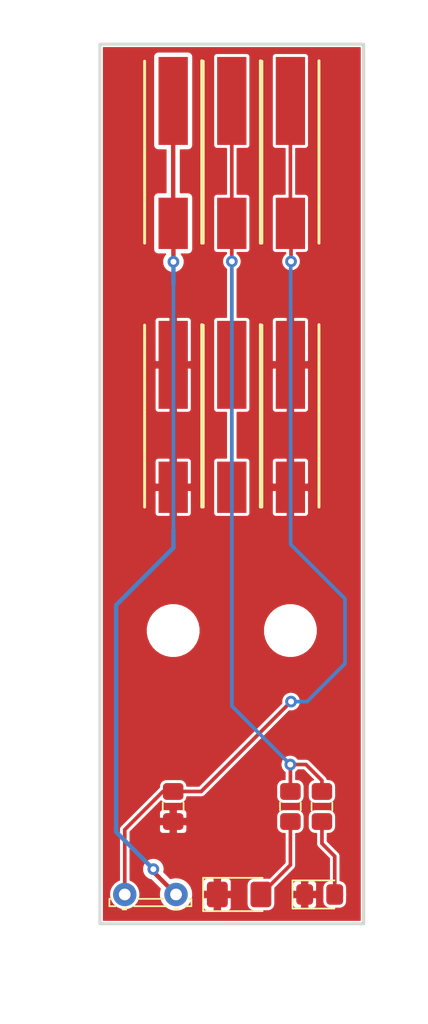
<source format=kicad_pcb>
(kicad_pcb (version 20171130) (host pcbnew "(5.1.5-0-10_14)")

  (general
    (thickness 1.6)
    (drawings 43)
    (tracks 63)
    (zones 0)
    (modules 14)
    (nets 7)
  )

  (page A4)
  (layers
    (0 F.Cu signal)
    (31 B.Cu signal)
    (32 B.Adhes user hide)
    (33 F.Adhes user hide)
    (34 B.Paste user)
    (35 F.Paste user)
    (36 B.SilkS user)
    (37 F.SilkS user)
    (38 B.Mask user)
    (39 F.Mask user)
    (40 Dwgs.User user hide)
    (41 Cmts.User user hide)
    (42 Eco1.User user hide)
    (43 Eco2.User user hide)
    (44 Edge.Cuts user)
    (45 Margin user hide)
    (46 B.CrtYd user hide)
    (47 F.CrtYd user hide)
    (48 B.Fab user hide)
    (49 F.Fab user hide)
  )

  (setup
    (last_trace_width 0.25)
    (trace_clearance 0.2)
    (zone_clearance 0.1)
    (zone_45_only no)
    (trace_min 0.2)
    (via_size 0.8)
    (via_drill 0.4)
    (via_min_size 0.4)
    (via_min_drill 0.3)
    (uvia_size 0.3)
    (uvia_drill 0.1)
    (uvias_allowed no)
    (uvia_min_size 0.2)
    (uvia_min_drill 0.1)
    (edge_width 0.05)
    (segment_width 0.2)
    (pcb_text_width 0.3)
    (pcb_text_size 1.5 1.5)
    (mod_edge_width 0.12)
    (mod_text_size 1 1)
    (mod_text_width 0.15)
    (pad_size 1.524 1.524)
    (pad_drill 0.762)
    (pad_to_mask_clearance 0.051)
    (solder_mask_min_width 0.25)
    (aux_axis_origin 0 0)
    (visible_elements FFFFFF7F)
    (pcbplotparams
      (layerselection 0x010fc_ffffffff)
      (usegerberextensions false)
      (usegerberattributes false)
      (usegerberadvancedattributes false)
      (creategerberjobfile false)
      (excludeedgelayer true)
      (linewidth 0.100000)
      (plotframeref false)
      (viasonmask false)
      (mode 1)
      (useauxorigin false)
      (hpglpennumber 1)
      (hpglpenspeed 20)
      (hpglpendiameter 15.000000)
      (psnegative false)
      (psa4output false)
      (plotreference true)
      (plotvalue true)
      (plotinvisibletext false)
      (padsonsilk false)
      (subtractmaskfromsilk false)
      (outputformat 1)
      (mirror false)
      (drillshape 0)
      (scaleselection 1)
      (outputdirectory "Export/"))
  )

  (net 0 "")
  (net 1 GND)
  (net 2 "Net-(D1-Pad2)")
  (net 3 +5V)
  (net 4 LDR_ANALOG)
  (net 5 LED_MAIN)
  (net 6 "Net-(D2-Pad2)")

  (net_class Default "Dies ist die voreingestellte Netzklasse."
    (clearance 0.2)
    (trace_width 0.25)
    (via_dia 0.8)
    (via_drill 0.4)
    (uvia_dia 0.3)
    (uvia_drill 0.1)
    (add_net GND)
    (add_net LDR_ANALOG)
    (add_net LED_MAIN)
    (add_net "Net-(D1-Pad2)")
    (add_net "Net-(D2-Pad2)")
  )

  (net_class 5V ""
    (clearance 0.3)
    (trace_width 0.3)
    (via_dia 0.8)
    (via_drill 0.4)
    (uvia_dia 0.3)
    (uvia_drill 0.1)
    (add_net +5V)
  )

  (module MountingHole:MountingHole_3.2mm_M3 (layer F.Cu) (tedit 56D1B4CB) (tstamp 5E55A964)
    (at 54.999361 90)
    (descr "Mounting Hole 3.2mm, no annular, M3")
    (tags "mounting hole 3.2mm no annular m3")
    (attr virtual)
    (fp_text reference REF** (at 0 -4.2) (layer F.SilkS) hide
      (effects (font (size 1 1) (thickness 0.15)))
    )
    (fp_text value MountingHole_3.2mm_M3 (at 0 4.2) (layer F.Fab) hide
      (effects (font (size 1 1) (thickness 0.15)))
    )
    (fp_circle (center 0 0) (end 3.45 0) (layer F.CrtYd) (width 0.05))
    (fp_circle (center 0 0) (end 3.2 0) (layer Cmts.User) (width 0.15))
    (fp_text user %R (at 0.3 0) (layer F.Fab) hide
      (effects (font (size 1 1) (thickness 0.15)))
    )
    (pad 1 np_thru_hole circle (at 0 0) (size 3.2 3.2) (drill 3.2) (layers *.Cu *.Mask))
  )

  (module MountingHole:MountingHole_3.2mm_M3 (layer F.Cu) (tedit 56D1B4CB) (tstamp 5E55A809)
    (at 62.999361 90)
    (descr "Mounting Hole 3.2mm, no annular, M3")
    (tags "mounting hole 3.2mm no annular m3")
    (attr virtual)
    (fp_text reference REF** (at 0 -4.2) (layer F.SilkS) hide
      (effects (font (size 1 1) (thickness 0.15)))
    )
    (fp_text value MountingHole_3.2mm_M3 (at 0 4.2) (layer F.Fab) hide
      (effects (font (size 1 1) (thickness 0.15)))
    )
    (fp_circle (center 0 0) (end 3.45 0) (layer F.CrtYd) (width 0.05))
    (fp_circle (center 0 0) (end 3.2 0) (layer Cmts.User) (width 0.15))
    (fp_text user %R (at 0.3 0) (layer F.Fab) hide
      (effects (font (size 1 1) (thickness 0.15)))
    )
    (pad 1 np_thru_hole circle (at 0 0) (size 3.2 3.2) (drill 3.2) (layers *.Cu *.Mask))
  )

  (module OptoDevice:R_LDR_5.2x5.2mm_P3.5mm_Horizontal (layer F.Cu) (tedit 5B86041F) (tstamp 5E559FDD)
    (at 55.1942 108 180)
    (descr "Resistor, LDR 5.2x5.2, upright, see http://cdn-reichelt.de/documents/datenblatt/A500/M996011A.pdf")
    (tags "Resistor LDR5.2x5.2 ")
    (path /5DE3E071)
    (fp_text reference LDR1 (at 4.7752 -2.9972) (layer F.SilkS) hide
      (effects (font (size 1 1) (thickness 0.15)))
    )
    (fp_text value D_Photo (at 1.9558 2.286) (layer F.Fab) hide
      (effects (font (size 1 1) (thickness 0.15)))
    )
    (fp_line (start 4.75 1.05) (end -1.25 1.05) (layer F.CrtYd) (width 0.05))
    (fp_line (start 4.75 1.05) (end 4.75 -1.15) (layer F.CrtYd) (width 0.05))
    (fp_line (start -1.25 -1.15) (end -1.25 1.05) (layer F.CrtYd) (width 0.05))
    (fp_line (start -1.25 -1.15) (end 4.75 -1.15) (layer F.CrtYd) (width 0.05))
    (fp_line (start 2.86 -0.8) (end 0.64 -0.8) (layer F.SilkS) (width 0.12))
    (fp_line (start -0.64 -0.8) (end -1.05 -0.8) (layer F.SilkS) (width 0.12))
    (fp_line (start 4.35 -0.3) (end 4.55 -0.3) (layer F.SilkS) (width 0.12))
    (fp_line (start 0.85 -0.3) (end 2.6 -0.3) (layer F.SilkS) (width 0.12))
    (fp_line (start -1.05 -0.8) (end -1.05 -0.3) (layer F.SilkS) (width 0.12))
    (fp_line (start 4.55 -0.8) (end 4.14 -0.8) (layer F.SilkS) (width 0.12))
    (fp_line (start 4.55 -0.3) (end 4.55 -0.8) (layer F.SilkS) (width 0.12))
    (fp_line (start -1.05 -0.3) (end -0.85 -0.3) (layer F.SilkS) (width 0.12))
    (fp_line (start 0.1 -1.02) (end 0.1 -0.89) (layer F.SilkS) (width 0.12))
    (fp_line (start -0.15 -1.02) (end 0.1 -1.02) (layer F.SilkS) (width 0.12))
    (fp_line (start 3.65 -1.02) (end 3.65 -0.89) (layer F.SilkS) (width 0.12))
    (fp_line (start 3.4 -1.02) (end 3.65 -1.02) (layer F.SilkS) (width 0.12))
    (fp_line (start -0.15 -1.02) (end -0.15 -0.89) (layer F.SilkS) (width 0.12))
    (fp_line (start 3.4 -1.02) (end 3.4 -0.89) (layer F.SilkS) (width 0.12))
    (fp_line (start -1 -0.35) (end -1 -0.75) (layer F.Fab) (width 0.1))
    (fp_line (start 4.5 -0.35) (end -1 -0.35) (layer F.Fab) (width 0.1))
    (fp_line (start 4.5 -0.75) (end 4.5 -0.35) (layer F.Fab) (width 0.1))
    (fp_line (start -1 -0.75) (end 4.5 -0.75) (layer F.Fab) (width 0.1))
    (fp_line (start 0 0) (end 0 -0.9) (layer F.Fab) (width 0.1))
    (fp_line (start 3.5 0) (end 3.5 -0.9) (layer F.Fab) (width 0.1))
    (fp_text user %R (at 1.75 -1.79) (layer F.Fab) hide
      (effects (font (size 1 1) (thickness 0.15)))
    )
    (pad 2 thru_hole circle (at 3.5 0 180) (size 1.6 1.6) (drill 0.8) (layers *.Cu *.Mask)
      (net 4 LDR_ANALOG))
    (pad 1 thru_hole circle (at 0 0 180) (size 1.6 1.6) (drill 0.8) (layers *.Cu *.Mask)
      (net 3 +5V))
    (model ${KISYS3DMOD}/OptoDevice.3dshapes/R_LDR_5.2x5.2mm_P3.5mm_Horizontal.wrl
      (at (xyz 0 0 0))
      (scale (xyz 1 1 1))
      (rotate (xyz 0 0 0))
    )
  )

  (module Resistor_SMD:R_0805_2012Metric_Pad1.15x1.40mm_HandSolder (layer F.Cu) (tedit 5B36C52B) (tstamp 5E534FA3)
    (at 62.999361 102 270)
    (descr "Resistor SMD 0805 (2012 Metric), square (rectangular) end terminal, IPC_7351 nominal with elongated pad for handsoldering. (Body size source: https://docs.google.com/spreadsheets/d/1BsfQQcO9C6DZCsRaXUlFlo91Tg2WpOkGARC1WS5S8t0/edit?usp=sharing), generated with kicad-footprint-generator")
    (tags "resistor handsolder")
    (path /5DE40D43)
    (attr smd)
    (fp_text reference R2 (at 4.4514 0.134361 180) (layer F.SilkS) hide
      (effects (font (size 1 1) (thickness 0.15)))
    )
    (fp_text value "68 Ohm" (at -1.0096 1.836161 270) (layer F.Fab) hide
      (effects (font (size 1 1) (thickness 0.15)))
    )
    (fp_text user %R (at 0 0 270) (layer F.Fab)
      (effects (font (size 0.5 0.5) (thickness 0.08)))
    )
    (fp_line (start 1.85 0.95) (end -1.85 0.95) (layer F.CrtYd) (width 0.05))
    (fp_line (start 1.85 -0.95) (end 1.85 0.95) (layer F.CrtYd) (width 0.05))
    (fp_line (start -1.85 -0.95) (end 1.85 -0.95) (layer F.CrtYd) (width 0.05))
    (fp_line (start -1.85 0.95) (end -1.85 -0.95) (layer F.CrtYd) (width 0.05))
    (fp_line (start -0.261252 0.71) (end 0.261252 0.71) (layer F.SilkS) (width 0.12))
    (fp_line (start -0.261252 -0.71) (end 0.261252 -0.71) (layer F.SilkS) (width 0.12))
    (fp_line (start 1 0.6) (end -1 0.6) (layer F.Fab) (width 0.1))
    (fp_line (start 1 -0.6) (end 1 0.6) (layer F.Fab) (width 0.1))
    (fp_line (start -1 -0.6) (end 1 -0.6) (layer F.Fab) (width 0.1))
    (fp_line (start -1 0.6) (end -1 -0.6) (layer F.Fab) (width 0.1))
    (pad 2 smd roundrect (at 1.025 0 270) (size 1.15 1.4) (layers F.Cu F.Paste F.Mask) (roundrect_rratio 0.217391)
      (net 2 "Net-(D1-Pad2)"))
    (pad 1 smd roundrect (at -1.025 0 270) (size 1.15 1.4) (layers F.Cu F.Paste F.Mask) (roundrect_rratio 0.217391)
      (net 5 LED_MAIN))
    (model ${KISYS3DMOD}/Resistor_SMD.3dshapes/R_0805_2012Metric.wrl
      (at (xyz 0 0 0))
      (scale (xyz 1 1 1))
      (rotate (xyz 0 0 0))
    )
  )

  (module "WAGO SMD P-2060-451:WAGOSMD_p_2060_451_aktualisiert" (layer F.Cu) (tedit 5E52AB60) (tstamp 5E54A248)
    (at 54.999361 76 90)
    (path /5E55C219)
    (fp_text reference J5 (at -0.185 -3.85 90) (layer F.SilkS) hide
      (effects (font (size 1.574803 1.574803) (thickness 0.015)))
    )
    (fp_text value "WAGO 5" (at 12.815 3.75 90) (layer F.Fab) hide
      (effects (font (size 1.574803 1.574803) (thickness 0.015)))
    )
    (fp_line (start 6.6127 -1.125) (end 5.125 -1.125) (layer F.Fab) (width 0.01))
    (fp_line (start 5.125 1.125) (end 6.6127 1.125) (layer F.Fab) (width 0.01))
    (fp_line (start 5.525 0.7) (end 5.525 1.95) (layer F.Fab) (width 0.01))
    (fp_line (start 5.525 -1.95) (end 5.525 -0.7) (layer F.Fab) (width 0.01))
    (fp_line (start 5.125 1.125) (end 5.125 -1.125) (layer F.Fab) (width 0.01))
    (fp_arc (start 0.825 -1.300022) (end 0.9405 -1.4633) (angle 54.7314) (layer F.Fab) (width 0.01))
    (fp_arc (start 0.825031 -1.3) (end 0.825 -1.5) (angle 35.2729) (layer F.Fab) (width 0.01))
    (fp_arc (start 0.825031 1.3) (end 0.9405 1.4633) (angle 35.2729) (layer F.Fab) (width 0.01))
    (fp_arc (start 0.825 1.300022) (end 1.025 1.3) (angle 54.7314) (layer F.Fab) (width 0.01))
    (fp_line (start 0.1834 1.1) (end 0.1834 -1.1) (layer F.Fab) (width 0.01))
    (fp_line (start -0.1111 1.1) (end -0.1111 -1.1) (layer F.Fab) (width 0.01))
    (fp_line (start -1.7589 1.1) (end -1.7589 -1.1) (layer F.Fab) (width 0.01))
    (fp_line (start -2.2097 1.1) (end -2.2097 -1.1) (layer F.Fab) (width 0.01))
    (fp_line (start -2.3528 1.1) (end -2.3528 -1.1) (layer F.Fab) (width 0.01))
    (fp_line (start -2.3816 1.1) (end -2.3816 -1.1) (layer F.Fab) (width 0.01))
    (fp_line (start -2.5918 1.1) (end -2.5918 -1.1) (layer F.Fab) (width 0.01))
    (fp_line (start -3.5904 1.1) (end -3.5904 -1.1) (layer F.Fab) (width 0.01))
    (fp_line (start -4.775 -1.1) (end -4.775 1.1) (layer F.Fab) (width 0.01))
    (fp_line (start -5.575 -0.7) (end 7.125 -0.7) (layer F.Fab) (width 0.01))
    (fp_line (start 7.125 0.7) (end -5.575 0.7) (layer F.Fab) (width 0.01))
    (fp_line (start 2.2083 0.6) (end 3.5744 0.6) (layer F.Fab) (width 0.01))
    (fp_line (start 3.5744 0.6) (end 3.6786 0.6) (layer F.Fab) (width 0.01))
    (fp_line (start 3.6786 0.6) (end 6.975 0.6) (layer F.Fab) (width 0.01))
    (fp_line (start 6.975 0.6) (end 7.125 0.6) (layer F.Fab) (width 0.01))
    (fp_line (start 6.975 0.6) (end 6.975 -0.6) (layer F.Fab) (width 0.01))
    (fp_line (start 3.6786 0.6) (end 3.6786 -0.6) (layer F.Fab) (width 0.01))
    (fp_line (start 3.5744 0.6) (end 3.5744 -0.6) (layer F.Fab) (width 0.01))
    (fp_line (start 2.2083 -0.6) (end 2.2083 0.6) (layer F.Fab) (width 0.01))
    (fp_line (start -3.7141 0.6) (end -3.7141 -0.6) (layer F.Fab) (width 0.01))
    (fp_line (start -3.7469 0.6) (end -3.7469 -0.6) (layer F.Fab) (width 0.01))
    (fp_line (start -5.825 0.6) (end -5.825 -0.6) (layer F.Fab) (width 0.01))
    (fp_line (start -4.275 0.6) (end -4.275 -0.6) (layer F.Fab) (width 0.01))
    (fp_line (start 7.125 -0.6) (end 2.2083 -0.6) (layer F.Fab) (width 0.01))
    (fp_line (start -5.575 -0.6) (end -3.7141 -0.6) (layer F.Fab) (width 0.01))
    (fp_line (start -5.575 0.6) (end -3.7141 0.6) (layer F.Fab) (width 0.01))
    (fp_line (start 7.0245 -1.7447) (end 7.0245 -0.87) (layer F.Fab) (width 0.01))
    (fp_line (start 5.6745 -1.95) (end 5.6745 1.95) (layer F.Fab) (width 0.01))
    (fp_line (start 0.7673 -1.95) (end 0.7673 -1.5) (layer F.Fab) (width 0.01))
    (fp_line (start 0.6518 -1.95) (end 0.6518 -1.5) (layer F.Fab) (width 0.01))
    (fp_line (start 0.2188 -1.95) (end 0.2188 -1.5) (layer F.Fab) (width 0.01))
    (fp_line (start 7.0245 0.87) (end 7.0245 1.7891) (layer F.Fab) (width 0.01))
    (fp_line (start 0.2188 1.5) (end 0.2188 1.95) (layer F.Fab) (width 0.01))
    (fp_line (start 0.6518 1.5) (end 0.6518 1.95) (layer F.Fab) (width 0.01))
    (fp_line (start 0.7673 1.5) (end 0.7673 1.95) (layer F.Fab) (width 0.01))
    (fp_line (start 0.9405 -1.95) (end 0.9405 -1.4633) (layer F.Fab) (width 0.01))
    (fp_line (start 5.025 -1.95) (end 5.025 1.95) (layer F.Fab) (width 0.01))
    (fp_line (start -5.575 1.95) (end 6.8642 1.95) (layer F.SilkS) (width 0.2))
    (fp_line (start 0.9405 1.4633) (end 0.9405 1.95) (layer F.Fab) (width 0.01))
    (fp_arc (start 0.825 -1.300022) (end 0.9405 -1.4633) (angle 54.7314) (layer F.Fab) (width 0.01))
    (fp_arc (start 0.825 1.300022) (end 1.025 1.3) (angle 54.7314) (layer F.Fab) (width 0.01))
    (fp_line (start 1.025 -1.3) (end 1.025 1.3) (layer F.Fab) (width 0.01))
    (fp_line (start -3.575 1.5) (end -3.575 1.95) (layer F.Fab) (width 0.01))
    (fp_line (start 6.8004 -1.95) (end -5.575 -1.95) (layer F.SilkS) (width 0.2))
    (fp_line (start -3.575 -1.95) (end -3.575 -1.5) (layer F.Fab) (width 0.01))
    (fp_line (start 0.625 -1.5) (end 0.625 1.5) (layer F.Fab) (width 0.01))
    (fp_line (start -5.575 -1.5) (end -4.775 -1.5) (layer F.Fab) (width 0.01))
    (fp_line (start -4.775 -1.5) (end -3.5904 -1.5) (layer F.Fab) (width 0.01))
    (fp_line (start -3.5904 -1.5) (end -0.875 -1.5) (layer F.Fab) (width 0.01))
    (fp_line (start -0.875 -1.5) (end 0.825 -1.5) (layer F.Fab) (width 0.01))
    (fp_line (start -3.5904 -1.5) (end -3.5904 -1.25) (layer F.Fab) (width 0.01))
    (fp_line (start -0.875 -1.5) (end -0.875 -1.25) (layer F.Fab) (width 0.01))
    (fp_line (start -4.775 -1.25) (end -0.875 -1.25) (layer F.Fab) (width 0.01))
    (fp_line (start -4.775 -1.5) (end -4.775 -1.25) (layer F.Fab) (width 0.01))
    (fp_line (start 0.825 1.5) (end -0.875 1.5) (layer F.Fab) (width 0.01))
    (fp_line (start -0.875 1.5) (end -3.5904 1.5) (layer F.Fab) (width 0.01))
    (fp_line (start -3.5904 1.5) (end -4.775 1.5) (layer F.Fab) (width 0.01))
    (fp_line (start -4.775 1.5) (end -5.575 1.5) (layer F.Fab) (width 0.01))
    (fp_line (start -3.5904 1.5) (end -3.5904 1.25) (layer F.Fab) (width 0.01))
    (fp_line (start -4.775 1.5) (end -4.775 1.25) (layer F.Fab) (width 0.01))
    (fp_line (start -0.875 1.25) (end -4.775 1.25) (layer F.Fab) (width 0.01))
    (fp_line (start -0.875 1.5) (end -0.875 1.25) (layer F.Fab) (width 0.01))
    (fp_line (start -5.575 -1.95) (end -5.575 -0.6) (layer F.Fab) (width 0.2))
    (fp_line (start -5.575 -0.6) (end -5.575 0.6) (layer F.Fab) (width 0.2))
    (fp_line (start -5.575 0.6) (end -5.575 1.95) (layer F.Fab) (width 0.2))
    (fp_line (start -5.475 -1.1) (end -5.475 1.1) (layer F.Fab) (width 0.01))
    (fp_line (start -5.275 1.1) (end -5.275 -1.1) (layer F.Fab) (width 0.01))
    (fp_line (start -3.6337 1.1) (end -3.6337 -1.1) (layer F.Fab) (width 0.01))
    (fp_line (start -3.599 1.1) (end -3.599 -1.1) (layer F.Fab) (width 0.01))
    (fp_line (start -0.873 1.1) (end -0.873 0.4701) (layer F.Fab) (width 0.01))
    (fp_line (start -0.3737 1.1) (end -0.3737 0.4686) (layer F.Fab) (width 0.01))
    (fp_line (start -0.2959 1.1) (end -0.2959 0.634) (layer F.Fab) (width 0.01))
    (fp_line (start 0.2124 1.1) (end 0.2124 -1.1) (layer F.Fab) (width 0.01))
    (fp_line (start 0.4331 1.1) (end 0.4226 1.1) (layer F.Fab) (width 0.01))
    (fp_line (start 0.4226 1.1) (end -0.9924 1.1) (layer F.Fab) (width 0.01))
    (fp_line (start -0.9924 1.1) (end -1.5401 1.1) (layer F.Fab) (width 0.01))
    (fp_line (start -1.5401 1.1) (end -5.475 1.1) (layer F.Fab) (width 0.01))
    (fp_line (start 0.4226 1.1) (end 0.4226 -1.1) (layer F.Fab) (width 0.01))
    (fp_line (start 0.4331 1.1) (end 0.4331 -1.1) (layer F.Fab) (width 0.01))
    (fp_line (start -0.2959 -0.634) (end -0.2959 -1.1) (layer F.Fab) (width 0.01))
    (fp_line (start -0.3737 -0.4686) (end -0.3737 -1.1) (layer F.Fab) (width 0.01))
    (fp_line (start -0.873 -0.4701) (end -0.873 -1.1) (layer F.Fab) (width 0.01))
    (fp_line (start -0.9924 1.1) (end -0.9924 0.6472) (layer F.Fab) (width 0.01))
    (fp_line (start -1.5401 1.1) (end -1.5401 -1.1) (layer F.Fab) (width 0.01))
    (fp_line (start 0.4331 -1.1) (end -0.9924 -1.1) (layer F.Fab) (width 0.01))
    (fp_line (start -0.9924 -1.1) (end -5.475 -1.1) (layer F.Fab) (width 0.01))
    (fp_line (start -0.9924 -0.6472) (end -0.9924 -1.1) (layer F.Fab) (width 0.01))
    (fp_line (start -5.975 0.6) (end -5.975 -0.6) (layer F.Fab) (width 0.2))
    (fp_line (start -5.575 -0.6) (end -5.975 -0.6) (layer F.Fab) (width 0.2))
    (fp_line (start -5.575 0.6) (end -5.975 0.6) (layer F.Fab) (width 0.2))
    (fp_line (start 6.815 -1.95) (end 6.835 -1.95) (layer F.SilkS) (width 0.2))
    (fp_arc (start 6.835 -1.76) (end 7.025 -1.76) (angle -90) (layer F.Fab) (width 0.01))
    (fp_arc (start 6.875 1.8) (end 6.875 1.95) (angle -90) (layer F.Fab) (width 0.01))
    (fp_line (start 7.125 -1.73) (end 7.125 1.72) (layer F.Fab) (width 0.2))
    (fp_arc (start 6.895 1.72) (end 6.895 1.95) (angle -90) (layer F.Fab) (width 0.2))
    (fp_arc (start 6.925 -1.75) (end 6.925 -1.95) (angle 90) (layer F.Fab) (width 0.2))
    (fp_line (start 6.925 -1.95) (end 6.835 -1.95) (layer F.Fab) (width 0.2))
    (fp_text user 1 (at 11.575 0 90) (layer F.SilkS) hide
      (effects (font (size 1.574803 1.574803) (thickness 0.015)))
    )
    (pad 1 smd rect (at -4.225 0 90) (size 3.5 2) (layers F.Cu F.Paste F.Mask)
      (net 1 GND))
    (pad 2 smd rect (at 4.125 0 90) (size 6 2) (layers F.Cu F.Paste F.Mask)
      (net 1 GND))
  )

  (module "WAGO SMD P-2060-451:WAGOSMD_p_2060_451_aktualisiert" (layer F.Cu) (tedit 5E52AB60) (tstamp 5E54AC34)
    (at 62.999361 76 90)
    (path /5E55D35B)
    (fp_text reference J6 (at -0.185 -3.85 90) (layer F.SilkS) hide
      (effects (font (size 1.574803 1.574803) (thickness 0.015)))
    )
    (fp_text value "WAGO 8" (at 12.815 3.75 90) (layer F.Fab) hide
      (effects (font (size 1.574803 1.574803) (thickness 0.015)))
    )
    (fp_text user 1 (at 11.575 0 90) (layer F.SilkS) hide
      (effects (font (size 1.574803 1.574803) (thickness 0.015)))
    )
    (fp_line (start 6.925 -1.95) (end 6.835 -1.95) (layer F.Fab) (width 0.2))
    (fp_arc (start 6.925 -1.75) (end 6.925 -1.95) (angle 90) (layer F.Fab) (width 0.2))
    (fp_arc (start 6.895 1.72) (end 6.895 1.95) (angle -90) (layer F.Fab) (width 0.2))
    (fp_line (start 7.125 -1.73) (end 7.125 1.72) (layer F.Fab) (width 0.2))
    (fp_arc (start 6.875 1.8) (end 6.875 1.95) (angle -90) (layer F.Fab) (width 0.01))
    (fp_arc (start 6.835 -1.76) (end 7.025 -1.76) (angle -90) (layer F.Fab) (width 0.01))
    (fp_line (start 6.815 -1.95) (end 6.835 -1.95) (layer F.SilkS) (width 0.2))
    (fp_line (start -5.575 0.6) (end -5.975 0.6) (layer F.Fab) (width 0.2))
    (fp_line (start -5.575 -0.6) (end -5.975 -0.6) (layer F.Fab) (width 0.2))
    (fp_line (start -5.975 0.6) (end -5.975 -0.6) (layer F.Fab) (width 0.2))
    (fp_line (start -0.9924 -0.6472) (end -0.9924 -1.1) (layer F.Fab) (width 0.01))
    (fp_line (start -0.9924 -1.1) (end -5.475 -1.1) (layer F.Fab) (width 0.01))
    (fp_line (start 0.4331 -1.1) (end -0.9924 -1.1) (layer F.Fab) (width 0.01))
    (fp_line (start -1.5401 1.1) (end -1.5401 -1.1) (layer F.Fab) (width 0.01))
    (fp_line (start -0.9924 1.1) (end -0.9924 0.6472) (layer F.Fab) (width 0.01))
    (fp_line (start -0.873 -0.4701) (end -0.873 -1.1) (layer F.Fab) (width 0.01))
    (fp_line (start -0.3737 -0.4686) (end -0.3737 -1.1) (layer F.Fab) (width 0.01))
    (fp_line (start -0.2959 -0.634) (end -0.2959 -1.1) (layer F.Fab) (width 0.01))
    (fp_line (start 0.4331 1.1) (end 0.4331 -1.1) (layer F.Fab) (width 0.01))
    (fp_line (start 0.4226 1.1) (end 0.4226 -1.1) (layer F.Fab) (width 0.01))
    (fp_line (start -1.5401 1.1) (end -5.475 1.1) (layer F.Fab) (width 0.01))
    (fp_line (start -0.9924 1.1) (end -1.5401 1.1) (layer F.Fab) (width 0.01))
    (fp_line (start 0.4226 1.1) (end -0.9924 1.1) (layer F.Fab) (width 0.01))
    (fp_line (start 0.4331 1.1) (end 0.4226 1.1) (layer F.Fab) (width 0.01))
    (fp_line (start 0.2124 1.1) (end 0.2124 -1.1) (layer F.Fab) (width 0.01))
    (fp_line (start -0.2959 1.1) (end -0.2959 0.634) (layer F.Fab) (width 0.01))
    (fp_line (start -0.3737 1.1) (end -0.3737 0.4686) (layer F.Fab) (width 0.01))
    (fp_line (start -0.873 1.1) (end -0.873 0.4701) (layer F.Fab) (width 0.01))
    (fp_line (start -3.599 1.1) (end -3.599 -1.1) (layer F.Fab) (width 0.01))
    (fp_line (start -3.6337 1.1) (end -3.6337 -1.1) (layer F.Fab) (width 0.01))
    (fp_line (start -5.275 1.1) (end -5.275 -1.1) (layer F.Fab) (width 0.01))
    (fp_line (start -5.475 -1.1) (end -5.475 1.1) (layer F.Fab) (width 0.01))
    (fp_line (start -5.575 0.6) (end -5.575 1.95) (layer F.Fab) (width 0.2))
    (fp_line (start -5.575 -0.6) (end -5.575 0.6) (layer F.Fab) (width 0.2))
    (fp_line (start -5.575 -1.95) (end -5.575 -0.6) (layer F.Fab) (width 0.2))
    (fp_line (start -0.875 1.5) (end -0.875 1.25) (layer F.Fab) (width 0.01))
    (fp_line (start -0.875 1.25) (end -4.775 1.25) (layer F.Fab) (width 0.01))
    (fp_line (start -4.775 1.5) (end -4.775 1.25) (layer F.Fab) (width 0.01))
    (fp_line (start -3.5904 1.5) (end -3.5904 1.25) (layer F.Fab) (width 0.01))
    (fp_line (start -4.775 1.5) (end -5.575 1.5) (layer F.Fab) (width 0.01))
    (fp_line (start -3.5904 1.5) (end -4.775 1.5) (layer F.Fab) (width 0.01))
    (fp_line (start -0.875 1.5) (end -3.5904 1.5) (layer F.Fab) (width 0.01))
    (fp_line (start 0.825 1.5) (end -0.875 1.5) (layer F.Fab) (width 0.01))
    (fp_line (start -4.775 -1.5) (end -4.775 -1.25) (layer F.Fab) (width 0.01))
    (fp_line (start -4.775 -1.25) (end -0.875 -1.25) (layer F.Fab) (width 0.01))
    (fp_line (start -0.875 -1.5) (end -0.875 -1.25) (layer F.Fab) (width 0.01))
    (fp_line (start -3.5904 -1.5) (end -3.5904 -1.25) (layer F.Fab) (width 0.01))
    (fp_line (start -0.875 -1.5) (end 0.825 -1.5) (layer F.Fab) (width 0.01))
    (fp_line (start -3.5904 -1.5) (end -0.875 -1.5) (layer F.Fab) (width 0.01))
    (fp_line (start -4.775 -1.5) (end -3.5904 -1.5) (layer F.Fab) (width 0.01))
    (fp_line (start -5.575 -1.5) (end -4.775 -1.5) (layer F.Fab) (width 0.01))
    (fp_line (start 0.625 -1.5) (end 0.625 1.5) (layer F.Fab) (width 0.01))
    (fp_line (start -3.575 -1.95) (end -3.575 -1.5) (layer F.Fab) (width 0.01))
    (fp_line (start 6.8004 -1.95) (end -5.575 -1.95) (layer F.SilkS) (width 0.2))
    (fp_line (start -3.575 1.5) (end -3.575 1.95) (layer F.Fab) (width 0.01))
    (fp_line (start 1.025 -1.3) (end 1.025 1.3) (layer F.Fab) (width 0.01))
    (fp_arc (start 0.825 1.300022) (end 1.025 1.3) (angle 54.7314) (layer F.Fab) (width 0.01))
    (fp_arc (start 0.825 -1.300022) (end 0.9405 -1.4633) (angle 54.7314) (layer F.Fab) (width 0.01))
    (fp_line (start 0.9405 1.4633) (end 0.9405 1.95) (layer F.Fab) (width 0.01))
    (fp_line (start -5.575 1.95) (end 6.8642 1.95) (layer F.SilkS) (width 0.2))
    (fp_line (start 5.025 -1.95) (end 5.025 1.95) (layer F.Fab) (width 0.01))
    (fp_line (start 0.9405 -1.95) (end 0.9405 -1.4633) (layer F.Fab) (width 0.01))
    (fp_line (start 0.7673 1.5) (end 0.7673 1.95) (layer F.Fab) (width 0.01))
    (fp_line (start 0.6518 1.5) (end 0.6518 1.95) (layer F.Fab) (width 0.01))
    (fp_line (start 0.2188 1.5) (end 0.2188 1.95) (layer F.Fab) (width 0.01))
    (fp_line (start 7.0245 0.87) (end 7.0245 1.7891) (layer F.Fab) (width 0.01))
    (fp_line (start 0.2188 -1.95) (end 0.2188 -1.5) (layer F.Fab) (width 0.01))
    (fp_line (start 0.6518 -1.95) (end 0.6518 -1.5) (layer F.Fab) (width 0.01))
    (fp_line (start 0.7673 -1.95) (end 0.7673 -1.5) (layer F.Fab) (width 0.01))
    (fp_line (start 5.6745 -1.95) (end 5.6745 1.95) (layer F.Fab) (width 0.01))
    (fp_line (start 7.0245 -1.7447) (end 7.0245 -0.87) (layer F.Fab) (width 0.01))
    (fp_line (start -5.575 0.6) (end -3.7141 0.6) (layer F.Fab) (width 0.01))
    (fp_line (start -5.575 -0.6) (end -3.7141 -0.6) (layer F.Fab) (width 0.01))
    (fp_line (start 7.125 -0.6) (end 2.2083 -0.6) (layer F.Fab) (width 0.01))
    (fp_line (start -4.275 0.6) (end -4.275 -0.6) (layer F.Fab) (width 0.01))
    (fp_line (start -5.825 0.6) (end -5.825 -0.6) (layer F.Fab) (width 0.01))
    (fp_line (start -3.7469 0.6) (end -3.7469 -0.6) (layer F.Fab) (width 0.01))
    (fp_line (start -3.7141 0.6) (end -3.7141 -0.6) (layer F.Fab) (width 0.01))
    (fp_line (start 2.2083 -0.6) (end 2.2083 0.6) (layer F.Fab) (width 0.01))
    (fp_line (start 3.5744 0.6) (end 3.5744 -0.6) (layer F.Fab) (width 0.01))
    (fp_line (start 3.6786 0.6) (end 3.6786 -0.6) (layer F.Fab) (width 0.01))
    (fp_line (start 6.975 0.6) (end 6.975 -0.6) (layer F.Fab) (width 0.01))
    (fp_line (start 6.975 0.6) (end 7.125 0.6) (layer F.Fab) (width 0.01))
    (fp_line (start 3.6786 0.6) (end 6.975 0.6) (layer F.Fab) (width 0.01))
    (fp_line (start 3.5744 0.6) (end 3.6786 0.6) (layer F.Fab) (width 0.01))
    (fp_line (start 2.2083 0.6) (end 3.5744 0.6) (layer F.Fab) (width 0.01))
    (fp_line (start 7.125 0.7) (end -5.575 0.7) (layer F.Fab) (width 0.01))
    (fp_line (start -5.575 -0.7) (end 7.125 -0.7) (layer F.Fab) (width 0.01))
    (fp_line (start -4.775 -1.1) (end -4.775 1.1) (layer F.Fab) (width 0.01))
    (fp_line (start -3.5904 1.1) (end -3.5904 -1.1) (layer F.Fab) (width 0.01))
    (fp_line (start -2.5918 1.1) (end -2.5918 -1.1) (layer F.Fab) (width 0.01))
    (fp_line (start -2.3816 1.1) (end -2.3816 -1.1) (layer F.Fab) (width 0.01))
    (fp_line (start -2.3528 1.1) (end -2.3528 -1.1) (layer F.Fab) (width 0.01))
    (fp_line (start -2.2097 1.1) (end -2.2097 -1.1) (layer F.Fab) (width 0.01))
    (fp_line (start -1.7589 1.1) (end -1.7589 -1.1) (layer F.Fab) (width 0.01))
    (fp_line (start -0.1111 1.1) (end -0.1111 -1.1) (layer F.Fab) (width 0.01))
    (fp_line (start 0.1834 1.1) (end 0.1834 -1.1) (layer F.Fab) (width 0.01))
    (fp_arc (start 0.825 1.300022) (end 1.025 1.3) (angle 54.7314) (layer F.Fab) (width 0.01))
    (fp_arc (start 0.825031 1.3) (end 0.9405 1.4633) (angle 35.2729) (layer F.Fab) (width 0.01))
    (fp_arc (start 0.825031 -1.3) (end 0.825 -1.5) (angle 35.2729) (layer F.Fab) (width 0.01))
    (fp_arc (start 0.825 -1.300022) (end 0.9405 -1.4633) (angle 54.7314) (layer F.Fab) (width 0.01))
    (fp_line (start 5.125 1.125) (end 5.125 -1.125) (layer F.Fab) (width 0.01))
    (fp_line (start 5.525 -1.95) (end 5.525 -0.7) (layer F.Fab) (width 0.01))
    (fp_line (start 5.525 0.7) (end 5.525 1.95) (layer F.Fab) (width 0.01))
    (fp_line (start 5.125 1.125) (end 6.6127 1.125) (layer F.Fab) (width 0.01))
    (fp_line (start 6.6127 -1.125) (end 5.125 -1.125) (layer F.Fab) (width 0.01))
    (pad 2 smd rect (at 4.125 0 90) (size 6 2) (layers F.Cu F.Paste F.Mask)
      (net 1 GND))
    (pad 1 smd rect (at -4.225 0 90) (size 3.5 2) (layers F.Cu F.Paste F.Mask)
      (net 1 GND))
  )

  (module "WAGO SMD P-2060-451:WAGOSMD_p_2060_451_aktualisiert" (layer F.Cu) (tedit 5E52AB60) (tstamp 5E547197)
    (at 54.999361 58 90)
    (path /5E54DD52)
    (fp_text reference J1 (at -0.185 -3.85 90) (layer F.SilkS) hide
      (effects (font (size 1.574803 1.574803) (thickness 0.015)))
    )
    (fp_text value "WAGO 1" (at 12.815 3.75 90) (layer F.Fab) hide
      (effects (font (size 1.574803 1.574803) (thickness 0.015)))
    )
    (fp_text user 1 (at 11.575 0 90) (layer F.SilkS) hide
      (effects (font (size 1.574803 1.574803) (thickness 0.015)))
    )
    (fp_line (start 6.925 -1.95) (end 6.835 -1.95) (layer F.Fab) (width 0.2))
    (fp_arc (start 6.925 -1.75) (end 6.925 -1.95) (angle 90) (layer F.Fab) (width 0.2))
    (fp_arc (start 6.895 1.72) (end 6.895 1.95) (angle -90) (layer F.Fab) (width 0.2))
    (fp_line (start 7.125 -1.73) (end 7.125 1.72) (layer F.Fab) (width 0.2))
    (fp_arc (start 6.875 1.8) (end 6.875 1.95) (angle -90) (layer F.Fab) (width 0.01))
    (fp_arc (start 6.835 -1.76) (end 7.025 -1.76) (angle -90) (layer F.Fab) (width 0.01))
    (fp_line (start 6.815 -1.95) (end 6.835 -1.95) (layer F.SilkS) (width 0.2))
    (fp_line (start -5.575 0.6) (end -5.975 0.6) (layer F.Fab) (width 0.2))
    (fp_line (start -5.575 -0.6) (end -5.975 -0.6) (layer F.Fab) (width 0.2))
    (fp_line (start -5.975 0.6) (end -5.975 -0.6) (layer F.Fab) (width 0.2))
    (fp_line (start -0.9924 -0.6472) (end -0.9924 -1.1) (layer F.Fab) (width 0.01))
    (fp_line (start -0.9924 -1.1) (end -5.475 -1.1) (layer F.Fab) (width 0.01))
    (fp_line (start 0.4331 -1.1) (end -0.9924 -1.1) (layer F.Fab) (width 0.01))
    (fp_line (start -1.5401 1.1) (end -1.5401 -1.1) (layer F.Fab) (width 0.01))
    (fp_line (start -0.9924 1.1) (end -0.9924 0.6472) (layer F.Fab) (width 0.01))
    (fp_line (start -0.873 -0.4701) (end -0.873 -1.1) (layer F.Fab) (width 0.01))
    (fp_line (start -0.3737 -0.4686) (end -0.3737 -1.1) (layer F.Fab) (width 0.01))
    (fp_line (start -0.2959 -0.634) (end -0.2959 -1.1) (layer F.Fab) (width 0.01))
    (fp_line (start 0.4331 1.1) (end 0.4331 -1.1) (layer F.Fab) (width 0.01))
    (fp_line (start 0.4226 1.1) (end 0.4226 -1.1) (layer F.Fab) (width 0.01))
    (fp_line (start -1.5401 1.1) (end -5.475 1.1) (layer F.Fab) (width 0.01))
    (fp_line (start -0.9924 1.1) (end -1.5401 1.1) (layer F.Fab) (width 0.01))
    (fp_line (start 0.4226 1.1) (end -0.9924 1.1) (layer F.Fab) (width 0.01))
    (fp_line (start 0.4331 1.1) (end 0.4226 1.1) (layer F.Fab) (width 0.01))
    (fp_line (start 0.2124 1.1) (end 0.2124 -1.1) (layer F.Fab) (width 0.01))
    (fp_line (start -0.2959 1.1) (end -0.2959 0.634) (layer F.Fab) (width 0.01))
    (fp_line (start -0.3737 1.1) (end -0.3737 0.4686) (layer F.Fab) (width 0.01))
    (fp_line (start -0.873 1.1) (end -0.873 0.4701) (layer F.Fab) (width 0.01))
    (fp_line (start -3.599 1.1) (end -3.599 -1.1) (layer F.Fab) (width 0.01))
    (fp_line (start -3.6337 1.1) (end -3.6337 -1.1) (layer F.Fab) (width 0.01))
    (fp_line (start -5.275 1.1) (end -5.275 -1.1) (layer F.Fab) (width 0.01))
    (fp_line (start -5.475 -1.1) (end -5.475 1.1) (layer F.Fab) (width 0.01))
    (fp_line (start -5.575 0.6) (end -5.575 1.95) (layer F.Fab) (width 0.2))
    (fp_line (start -5.575 -0.6) (end -5.575 0.6) (layer F.Fab) (width 0.2))
    (fp_line (start -5.575 -1.95) (end -5.575 -0.6) (layer F.Fab) (width 0.2))
    (fp_line (start -0.875 1.5) (end -0.875 1.25) (layer F.Fab) (width 0.01))
    (fp_line (start -0.875 1.25) (end -4.775 1.25) (layer F.Fab) (width 0.01))
    (fp_line (start -4.775 1.5) (end -4.775 1.25) (layer F.Fab) (width 0.01))
    (fp_line (start -3.5904 1.5) (end -3.5904 1.25) (layer F.Fab) (width 0.01))
    (fp_line (start -4.775 1.5) (end -5.575 1.5) (layer F.Fab) (width 0.01))
    (fp_line (start -3.5904 1.5) (end -4.775 1.5) (layer F.Fab) (width 0.01))
    (fp_line (start -0.875 1.5) (end -3.5904 1.5) (layer F.Fab) (width 0.01))
    (fp_line (start 0.825 1.5) (end -0.875 1.5) (layer F.Fab) (width 0.01))
    (fp_line (start -4.775 -1.5) (end -4.775 -1.25) (layer F.Fab) (width 0.01))
    (fp_line (start -4.775 -1.25) (end -0.875 -1.25) (layer F.Fab) (width 0.01))
    (fp_line (start -0.875 -1.5) (end -0.875 -1.25) (layer F.Fab) (width 0.01))
    (fp_line (start -3.5904 -1.5) (end -3.5904 -1.25) (layer F.Fab) (width 0.01))
    (fp_line (start -0.875 -1.5) (end 0.825 -1.5) (layer F.Fab) (width 0.01))
    (fp_line (start -3.5904 -1.5) (end -0.875 -1.5) (layer F.Fab) (width 0.01))
    (fp_line (start -4.775 -1.5) (end -3.5904 -1.5) (layer F.Fab) (width 0.01))
    (fp_line (start -5.575 -1.5) (end -4.775 -1.5) (layer F.Fab) (width 0.01))
    (fp_line (start 0.625 -1.5) (end 0.625 1.5) (layer F.Fab) (width 0.01))
    (fp_line (start -3.575 -1.95) (end -3.575 -1.5) (layer F.Fab) (width 0.01))
    (fp_line (start 6.8004 -1.95) (end -5.575 -1.95) (layer F.SilkS) (width 0.2))
    (fp_line (start -3.575 1.5) (end -3.575 1.95) (layer F.Fab) (width 0.01))
    (fp_line (start 1.025 -1.3) (end 1.025 1.3) (layer F.Fab) (width 0.01))
    (fp_arc (start 0.825 1.300022) (end 1.025 1.3) (angle 54.7314) (layer F.Fab) (width 0.01))
    (fp_arc (start 0.825 -1.300022) (end 0.9405 -1.4633) (angle 54.7314) (layer F.Fab) (width 0.01))
    (fp_line (start 0.9405 1.4633) (end 0.9405 1.95) (layer F.Fab) (width 0.01))
    (fp_line (start -5.575 1.95) (end 6.8642 1.95) (layer F.SilkS) (width 0.2))
    (fp_line (start 5.025 -1.95) (end 5.025 1.95) (layer F.Fab) (width 0.01))
    (fp_line (start 0.9405 -1.95) (end 0.9405 -1.4633) (layer F.Fab) (width 0.01))
    (fp_line (start 0.7673 1.5) (end 0.7673 1.95) (layer F.Fab) (width 0.01))
    (fp_line (start 0.6518 1.5) (end 0.6518 1.95) (layer F.Fab) (width 0.01))
    (fp_line (start 0.2188 1.5) (end 0.2188 1.95) (layer F.Fab) (width 0.01))
    (fp_line (start 7.0245 0.87) (end 7.0245 1.7891) (layer F.Fab) (width 0.01))
    (fp_line (start 0.2188 -1.95) (end 0.2188 -1.5) (layer F.Fab) (width 0.01))
    (fp_line (start 0.6518 -1.95) (end 0.6518 -1.5) (layer F.Fab) (width 0.01))
    (fp_line (start 0.7673 -1.95) (end 0.7673 -1.5) (layer F.Fab) (width 0.01))
    (fp_line (start 5.6745 -1.95) (end 5.6745 1.95) (layer F.Fab) (width 0.01))
    (fp_line (start 7.0245 -1.7447) (end 7.0245 -0.87) (layer F.Fab) (width 0.01))
    (fp_line (start -5.575 0.6) (end -3.7141 0.6) (layer F.Fab) (width 0.01))
    (fp_line (start -5.575 -0.6) (end -3.7141 -0.6) (layer F.Fab) (width 0.01))
    (fp_line (start 7.125 -0.6) (end 2.2083 -0.6) (layer F.Fab) (width 0.01))
    (fp_line (start -4.275 0.6) (end -4.275 -0.6) (layer F.Fab) (width 0.01))
    (fp_line (start -5.825 0.6) (end -5.825 -0.6) (layer F.Fab) (width 0.01))
    (fp_line (start -3.7469 0.6) (end -3.7469 -0.6) (layer F.Fab) (width 0.01))
    (fp_line (start -3.7141 0.6) (end -3.7141 -0.6) (layer F.Fab) (width 0.01))
    (fp_line (start 2.2083 -0.6) (end 2.2083 0.6) (layer F.Fab) (width 0.01))
    (fp_line (start 3.5744 0.6) (end 3.5744 -0.6) (layer F.Fab) (width 0.01))
    (fp_line (start 3.6786 0.6) (end 3.6786 -0.6) (layer F.Fab) (width 0.01))
    (fp_line (start 6.975 0.6) (end 6.975 -0.6) (layer F.Fab) (width 0.01))
    (fp_line (start 6.975 0.6) (end 7.125 0.6) (layer F.Fab) (width 0.01))
    (fp_line (start 3.6786 0.6) (end 6.975 0.6) (layer F.Fab) (width 0.01))
    (fp_line (start 3.5744 0.6) (end 3.6786 0.6) (layer F.Fab) (width 0.01))
    (fp_line (start 2.2083 0.6) (end 3.5744 0.6) (layer F.Fab) (width 0.01))
    (fp_line (start 7.125 0.7) (end -5.575 0.7) (layer F.Fab) (width 0.01))
    (fp_line (start -5.575 -0.7) (end 7.125 -0.7) (layer F.Fab) (width 0.01))
    (fp_line (start -4.775 -1.1) (end -4.775 1.1) (layer F.Fab) (width 0.01))
    (fp_line (start -3.5904 1.1) (end -3.5904 -1.1) (layer F.Fab) (width 0.01))
    (fp_line (start -2.5918 1.1) (end -2.5918 -1.1) (layer F.Fab) (width 0.01))
    (fp_line (start -2.3816 1.1) (end -2.3816 -1.1) (layer F.Fab) (width 0.01))
    (fp_line (start -2.3528 1.1) (end -2.3528 -1.1) (layer F.Fab) (width 0.01))
    (fp_line (start -2.2097 1.1) (end -2.2097 -1.1) (layer F.Fab) (width 0.01))
    (fp_line (start -1.7589 1.1) (end -1.7589 -1.1) (layer F.Fab) (width 0.01))
    (fp_line (start -0.1111 1.1) (end -0.1111 -1.1) (layer F.Fab) (width 0.01))
    (fp_line (start 0.1834 1.1) (end 0.1834 -1.1) (layer F.Fab) (width 0.01))
    (fp_arc (start 0.825 1.300022) (end 1.025 1.3) (angle 54.7314) (layer F.Fab) (width 0.01))
    (fp_arc (start 0.825031 1.3) (end 0.9405 1.4633) (angle 35.2729) (layer F.Fab) (width 0.01))
    (fp_arc (start 0.825031 -1.3) (end 0.825 -1.5) (angle 35.2729) (layer F.Fab) (width 0.01))
    (fp_arc (start 0.825 -1.300022) (end 0.9405 -1.4633) (angle 54.7314) (layer F.Fab) (width 0.01))
    (fp_line (start 5.125 1.125) (end 5.125 -1.125) (layer F.Fab) (width 0.01))
    (fp_line (start 5.525 -1.95) (end 5.525 -0.7) (layer F.Fab) (width 0.01))
    (fp_line (start 5.525 0.7) (end 5.525 1.95) (layer F.Fab) (width 0.01))
    (fp_line (start 5.125 1.125) (end 6.6127 1.125) (layer F.Fab) (width 0.01))
    (fp_line (start 6.6127 -1.125) (end 5.125 -1.125) (layer F.Fab) (width 0.01))
    (pad 2 smd rect (at 4.125 0 90) (size 6 2) (layers F.Cu F.Paste F.Mask)
      (net 3 +5V))
    (pad 1 smd rect (at -4.225 0 90) (size 3.5 2) (layers F.Cu F.Paste F.Mask)
      (net 3 +5V))
  )

  (module "WAGO SMD P-2060-451:WAGOSMD_p_2060_451_aktualisiert" (layer F.Cu) (tedit 5E52AB60) (tstamp 5E547592)
    (at 58.999361 58 90)
    (path /5E54E910)
    (fp_text reference J2 (at -0.185 -3.85 90) (layer F.SilkS) hide
      (effects (font (size 1.574803 1.574803) (thickness 0.015)))
    )
    (fp_text value "WAGO 2" (at 12.815 3.75 90) (layer F.Fab) hide
      (effects (font (size 1.574803 1.574803) (thickness 0.015)))
    )
    (fp_line (start 6.6127 -1.125) (end 5.125 -1.125) (layer F.Fab) (width 0.01))
    (fp_line (start 5.125 1.125) (end 6.6127 1.125) (layer F.Fab) (width 0.01))
    (fp_line (start 5.525 0.7) (end 5.525 1.95) (layer F.Fab) (width 0.01))
    (fp_line (start 5.525 -1.95) (end 5.525 -0.7) (layer F.Fab) (width 0.01))
    (fp_line (start 5.125 1.125) (end 5.125 -1.125) (layer F.Fab) (width 0.01))
    (fp_arc (start 0.825 -1.300022) (end 0.9405 -1.4633) (angle 54.7314) (layer F.Fab) (width 0.01))
    (fp_arc (start 0.825031 -1.3) (end 0.825 -1.5) (angle 35.2729) (layer F.Fab) (width 0.01))
    (fp_arc (start 0.825031 1.3) (end 0.9405 1.4633) (angle 35.2729) (layer F.Fab) (width 0.01))
    (fp_arc (start 0.825 1.300022) (end 1.025 1.3) (angle 54.7314) (layer F.Fab) (width 0.01))
    (fp_line (start 0.1834 1.1) (end 0.1834 -1.1) (layer F.Fab) (width 0.01))
    (fp_line (start -0.1111 1.1) (end -0.1111 -1.1) (layer F.Fab) (width 0.01))
    (fp_line (start -1.7589 1.1) (end -1.7589 -1.1) (layer F.Fab) (width 0.01))
    (fp_line (start -2.2097 1.1) (end -2.2097 -1.1) (layer F.Fab) (width 0.01))
    (fp_line (start -2.3528 1.1) (end -2.3528 -1.1) (layer F.Fab) (width 0.01))
    (fp_line (start -2.3816 1.1) (end -2.3816 -1.1) (layer F.Fab) (width 0.01))
    (fp_line (start -2.5918 1.1) (end -2.5918 -1.1) (layer F.Fab) (width 0.01))
    (fp_line (start -3.5904 1.1) (end -3.5904 -1.1) (layer F.Fab) (width 0.01))
    (fp_line (start -4.775 -1.1) (end -4.775 1.1) (layer F.Fab) (width 0.01))
    (fp_line (start -5.575 -0.7) (end 7.125 -0.7) (layer F.Fab) (width 0.01))
    (fp_line (start 7.125 0.7) (end -5.575 0.7) (layer F.Fab) (width 0.01))
    (fp_line (start 2.2083 0.6) (end 3.5744 0.6) (layer F.Fab) (width 0.01))
    (fp_line (start 3.5744 0.6) (end 3.6786 0.6) (layer F.Fab) (width 0.01))
    (fp_line (start 3.6786 0.6) (end 6.975 0.6) (layer F.Fab) (width 0.01))
    (fp_line (start 6.975 0.6) (end 7.125 0.6) (layer F.Fab) (width 0.01))
    (fp_line (start 6.975 0.6) (end 6.975 -0.6) (layer F.Fab) (width 0.01))
    (fp_line (start 3.6786 0.6) (end 3.6786 -0.6) (layer F.Fab) (width 0.01))
    (fp_line (start 3.5744 0.6) (end 3.5744 -0.6) (layer F.Fab) (width 0.01))
    (fp_line (start 2.2083 -0.6) (end 2.2083 0.6) (layer F.Fab) (width 0.01))
    (fp_line (start -3.7141 0.6) (end -3.7141 -0.6) (layer F.Fab) (width 0.01))
    (fp_line (start -3.7469 0.6) (end -3.7469 -0.6) (layer F.Fab) (width 0.01))
    (fp_line (start -5.825 0.6) (end -5.825 -0.6) (layer F.Fab) (width 0.01))
    (fp_line (start -4.275 0.6) (end -4.275 -0.6) (layer F.Fab) (width 0.01))
    (fp_line (start 7.125 -0.6) (end 2.2083 -0.6) (layer F.Fab) (width 0.01))
    (fp_line (start -5.575 -0.6) (end -3.7141 -0.6) (layer F.Fab) (width 0.01))
    (fp_line (start -5.575 0.6) (end -3.7141 0.6) (layer F.Fab) (width 0.01))
    (fp_line (start 7.0245 -1.7447) (end 7.0245 -0.87) (layer F.Fab) (width 0.01))
    (fp_line (start 5.6745 -1.95) (end 5.6745 1.95) (layer F.Fab) (width 0.01))
    (fp_line (start 0.7673 -1.95) (end 0.7673 -1.5) (layer F.Fab) (width 0.01))
    (fp_line (start 0.6518 -1.95) (end 0.6518 -1.5) (layer F.Fab) (width 0.01))
    (fp_line (start 0.2188 -1.95) (end 0.2188 -1.5) (layer F.Fab) (width 0.01))
    (fp_line (start 7.0245 0.87) (end 7.0245 1.7891) (layer F.Fab) (width 0.01))
    (fp_line (start 0.2188 1.5) (end 0.2188 1.95) (layer F.Fab) (width 0.01))
    (fp_line (start 0.6518 1.5) (end 0.6518 1.95) (layer F.Fab) (width 0.01))
    (fp_line (start 0.7673 1.5) (end 0.7673 1.95) (layer F.Fab) (width 0.01))
    (fp_line (start 0.9405 -1.95) (end 0.9405 -1.4633) (layer F.Fab) (width 0.01))
    (fp_line (start 5.025 -1.95) (end 5.025 1.95) (layer F.Fab) (width 0.01))
    (fp_line (start -5.575 1.95) (end 6.8642 1.95) (layer F.SilkS) (width 0.2))
    (fp_line (start 0.9405 1.4633) (end 0.9405 1.95) (layer F.Fab) (width 0.01))
    (fp_arc (start 0.825 -1.300022) (end 0.9405 -1.4633) (angle 54.7314) (layer F.Fab) (width 0.01))
    (fp_arc (start 0.825 1.300022) (end 1.025 1.3) (angle 54.7314) (layer F.Fab) (width 0.01))
    (fp_line (start 1.025 -1.3) (end 1.025 1.3) (layer F.Fab) (width 0.01))
    (fp_line (start -3.575 1.5) (end -3.575 1.95) (layer F.Fab) (width 0.01))
    (fp_line (start 6.8004 -1.95) (end -5.575 -1.95) (layer F.SilkS) (width 0.2))
    (fp_line (start -3.575 -1.95) (end -3.575 -1.5) (layer F.Fab) (width 0.01))
    (fp_line (start 0.625 -1.5) (end 0.625 1.5) (layer F.Fab) (width 0.01))
    (fp_line (start -5.575 -1.5) (end -4.775 -1.5) (layer F.Fab) (width 0.01))
    (fp_line (start -4.775 -1.5) (end -3.5904 -1.5) (layer F.Fab) (width 0.01))
    (fp_line (start -3.5904 -1.5) (end -0.875 -1.5) (layer F.Fab) (width 0.01))
    (fp_line (start -0.875 -1.5) (end 0.825 -1.5) (layer F.Fab) (width 0.01))
    (fp_line (start -3.5904 -1.5) (end -3.5904 -1.25) (layer F.Fab) (width 0.01))
    (fp_line (start -0.875 -1.5) (end -0.875 -1.25) (layer F.Fab) (width 0.01))
    (fp_line (start -4.775 -1.25) (end -0.875 -1.25) (layer F.Fab) (width 0.01))
    (fp_line (start -4.775 -1.5) (end -4.775 -1.25) (layer F.Fab) (width 0.01))
    (fp_line (start 0.825 1.5) (end -0.875 1.5) (layer F.Fab) (width 0.01))
    (fp_line (start -0.875 1.5) (end -3.5904 1.5) (layer F.Fab) (width 0.01))
    (fp_line (start -3.5904 1.5) (end -4.775 1.5) (layer F.Fab) (width 0.01))
    (fp_line (start -4.775 1.5) (end -5.575 1.5) (layer F.Fab) (width 0.01))
    (fp_line (start -3.5904 1.5) (end -3.5904 1.25) (layer F.Fab) (width 0.01))
    (fp_line (start -4.775 1.5) (end -4.775 1.25) (layer F.Fab) (width 0.01))
    (fp_line (start -0.875 1.25) (end -4.775 1.25) (layer F.Fab) (width 0.01))
    (fp_line (start -0.875 1.5) (end -0.875 1.25) (layer F.Fab) (width 0.01))
    (fp_line (start -5.575 -1.95) (end -5.575 -0.6) (layer F.Fab) (width 0.2))
    (fp_line (start -5.575 -0.6) (end -5.575 0.6) (layer F.Fab) (width 0.2))
    (fp_line (start -5.575 0.6) (end -5.575 1.95) (layer F.Fab) (width 0.2))
    (fp_line (start -5.475 -1.1) (end -5.475 1.1) (layer F.Fab) (width 0.01))
    (fp_line (start -5.275 1.1) (end -5.275 -1.1) (layer F.Fab) (width 0.01))
    (fp_line (start -3.6337 1.1) (end -3.6337 -1.1) (layer F.Fab) (width 0.01))
    (fp_line (start -3.599 1.1) (end -3.599 -1.1) (layer F.Fab) (width 0.01))
    (fp_line (start -0.873 1.1) (end -0.873 0.4701) (layer F.Fab) (width 0.01))
    (fp_line (start -0.3737 1.1) (end -0.3737 0.4686) (layer F.Fab) (width 0.01))
    (fp_line (start -0.2959 1.1) (end -0.2959 0.634) (layer F.Fab) (width 0.01))
    (fp_line (start 0.2124 1.1) (end 0.2124 -1.1) (layer F.Fab) (width 0.01))
    (fp_line (start 0.4331 1.1) (end 0.4226 1.1) (layer F.Fab) (width 0.01))
    (fp_line (start 0.4226 1.1) (end -0.9924 1.1) (layer F.Fab) (width 0.01))
    (fp_line (start -0.9924 1.1) (end -1.5401 1.1) (layer F.Fab) (width 0.01))
    (fp_line (start -1.5401 1.1) (end -5.475 1.1) (layer F.Fab) (width 0.01))
    (fp_line (start 0.4226 1.1) (end 0.4226 -1.1) (layer F.Fab) (width 0.01))
    (fp_line (start 0.4331 1.1) (end 0.4331 -1.1) (layer F.Fab) (width 0.01))
    (fp_line (start -0.2959 -0.634) (end -0.2959 -1.1) (layer F.Fab) (width 0.01))
    (fp_line (start -0.3737 -0.4686) (end -0.3737 -1.1) (layer F.Fab) (width 0.01))
    (fp_line (start -0.873 -0.4701) (end -0.873 -1.1) (layer F.Fab) (width 0.01))
    (fp_line (start -0.9924 1.1) (end -0.9924 0.6472) (layer F.Fab) (width 0.01))
    (fp_line (start -1.5401 1.1) (end -1.5401 -1.1) (layer F.Fab) (width 0.01))
    (fp_line (start 0.4331 -1.1) (end -0.9924 -1.1) (layer F.Fab) (width 0.01))
    (fp_line (start -0.9924 -1.1) (end -5.475 -1.1) (layer F.Fab) (width 0.01))
    (fp_line (start -0.9924 -0.6472) (end -0.9924 -1.1) (layer F.Fab) (width 0.01))
    (fp_line (start -5.975 0.6) (end -5.975 -0.6) (layer F.Fab) (width 0.2))
    (fp_line (start -5.575 -0.6) (end -5.975 -0.6) (layer F.Fab) (width 0.2))
    (fp_line (start -5.575 0.6) (end -5.975 0.6) (layer F.Fab) (width 0.2))
    (fp_line (start 6.815 -1.95) (end 6.835 -1.95) (layer F.SilkS) (width 0.2))
    (fp_arc (start 6.835 -1.76) (end 7.025 -1.76) (angle -90) (layer F.Fab) (width 0.01))
    (fp_arc (start 6.875 1.8) (end 6.875 1.95) (angle -90) (layer F.Fab) (width 0.01))
    (fp_line (start 7.125 -1.73) (end 7.125 1.72) (layer F.Fab) (width 0.2))
    (fp_arc (start 6.895 1.72) (end 6.895 1.95) (angle -90) (layer F.Fab) (width 0.2))
    (fp_arc (start 6.925 -1.75) (end 6.925 -1.95) (angle 90) (layer F.Fab) (width 0.2))
    (fp_line (start 6.925 -1.95) (end 6.835 -1.95) (layer F.Fab) (width 0.2))
    (fp_text user 1 (at 11.575 0 90) (layer F.SilkS) hide
      (effects (font (size 1.574803 1.574803) (thickness 0.015)))
    )
    (pad 1 smd rect (at -4.225 0 90) (size 3.5 2) (layers F.Cu F.Paste F.Mask)
      (net 5 LED_MAIN))
    (pad 2 smd rect (at 4.125 0 90) (size 6 2) (layers F.Cu F.Paste F.Mask)
      (net 5 LED_MAIN))
  )

  (module "WAGO SMD P-2060-451:WAGOSMD_p_2060_451_aktualisiert" (layer F.Cu) (tedit 5E52AB60) (tstamp 5E547A6E)
    (at 62.999361 58 90)
    (path /5E54ECFE)
    (fp_text reference J3 (at -0.185 -3.85 90) (layer F.SilkS) hide
      (effects (font (size 1.574803 1.574803) (thickness 0.015)))
    )
    (fp_text value "WAGO 3" (at 12.815 3.75 90) (layer F.Fab) hide
      (effects (font (size 1.574803 1.574803) (thickness 0.015)))
    )
    (fp_line (start 6.6127 -1.125) (end 5.125 -1.125) (layer F.Fab) (width 0.01))
    (fp_line (start 5.125 1.125) (end 6.6127 1.125) (layer F.Fab) (width 0.01))
    (fp_line (start 5.525 0.7) (end 5.525 1.95) (layer F.Fab) (width 0.01))
    (fp_line (start 5.525 -1.95) (end 5.525 -0.7) (layer F.Fab) (width 0.01))
    (fp_line (start 5.125 1.125) (end 5.125 -1.125) (layer F.Fab) (width 0.01))
    (fp_arc (start 0.825 -1.300022) (end 0.9405 -1.4633) (angle 54.7314) (layer F.Fab) (width 0.01))
    (fp_arc (start 0.825031 -1.3) (end 0.825 -1.5) (angle 35.2729) (layer F.Fab) (width 0.01))
    (fp_arc (start 0.825031 1.3) (end 0.9405 1.4633) (angle 35.2729) (layer F.Fab) (width 0.01))
    (fp_arc (start 0.825 1.300022) (end 1.025 1.3) (angle 54.7314) (layer F.Fab) (width 0.01))
    (fp_line (start 0.1834 1.1) (end 0.1834 -1.1) (layer F.Fab) (width 0.01))
    (fp_line (start -0.1111 1.1) (end -0.1111 -1.1) (layer F.Fab) (width 0.01))
    (fp_line (start -1.7589 1.1) (end -1.7589 -1.1) (layer F.Fab) (width 0.01))
    (fp_line (start -2.2097 1.1) (end -2.2097 -1.1) (layer F.Fab) (width 0.01))
    (fp_line (start -2.3528 1.1) (end -2.3528 -1.1) (layer F.Fab) (width 0.01))
    (fp_line (start -2.3816 1.1) (end -2.3816 -1.1) (layer F.Fab) (width 0.01))
    (fp_line (start -2.5918 1.1) (end -2.5918 -1.1) (layer F.Fab) (width 0.01))
    (fp_line (start -3.5904 1.1) (end -3.5904 -1.1) (layer F.Fab) (width 0.01))
    (fp_line (start -4.775 -1.1) (end -4.775 1.1) (layer F.Fab) (width 0.01))
    (fp_line (start -5.575 -0.7) (end 7.125 -0.7) (layer F.Fab) (width 0.01))
    (fp_line (start 7.125 0.7) (end -5.575 0.7) (layer F.Fab) (width 0.01))
    (fp_line (start 2.2083 0.6) (end 3.5744 0.6) (layer F.Fab) (width 0.01))
    (fp_line (start 3.5744 0.6) (end 3.6786 0.6) (layer F.Fab) (width 0.01))
    (fp_line (start 3.6786 0.6) (end 6.975 0.6) (layer F.Fab) (width 0.01))
    (fp_line (start 6.975 0.6) (end 7.125 0.6) (layer F.Fab) (width 0.01))
    (fp_line (start 6.975 0.6) (end 6.975 -0.6) (layer F.Fab) (width 0.01))
    (fp_line (start 3.6786 0.6) (end 3.6786 -0.6) (layer F.Fab) (width 0.01))
    (fp_line (start 3.5744 0.6) (end 3.5744 -0.6) (layer F.Fab) (width 0.01))
    (fp_line (start 2.2083 -0.6) (end 2.2083 0.6) (layer F.Fab) (width 0.01))
    (fp_line (start -3.7141 0.6) (end -3.7141 -0.6) (layer F.Fab) (width 0.01))
    (fp_line (start -3.7469 0.6) (end -3.7469 -0.6) (layer F.Fab) (width 0.01))
    (fp_line (start -5.825 0.6) (end -5.825 -0.6) (layer F.Fab) (width 0.01))
    (fp_line (start -4.275 0.6) (end -4.275 -0.6) (layer F.Fab) (width 0.01))
    (fp_line (start 7.125 -0.6) (end 2.2083 -0.6) (layer F.Fab) (width 0.01))
    (fp_line (start -5.575 -0.6) (end -3.7141 -0.6) (layer F.Fab) (width 0.01))
    (fp_line (start -5.575 0.6) (end -3.7141 0.6) (layer F.Fab) (width 0.01))
    (fp_line (start 7.0245 -1.7447) (end 7.0245 -0.87) (layer F.Fab) (width 0.01))
    (fp_line (start 5.6745 -1.95) (end 5.6745 1.95) (layer F.Fab) (width 0.01))
    (fp_line (start 0.7673 -1.95) (end 0.7673 -1.5) (layer F.Fab) (width 0.01))
    (fp_line (start 0.6518 -1.95) (end 0.6518 -1.5) (layer F.Fab) (width 0.01))
    (fp_line (start 0.2188 -1.95) (end 0.2188 -1.5) (layer F.Fab) (width 0.01))
    (fp_line (start 7.0245 0.87) (end 7.0245 1.7891) (layer F.Fab) (width 0.01))
    (fp_line (start 0.2188 1.5) (end 0.2188 1.95) (layer F.Fab) (width 0.01))
    (fp_line (start 0.6518 1.5) (end 0.6518 1.95) (layer F.Fab) (width 0.01))
    (fp_line (start 0.7673 1.5) (end 0.7673 1.95) (layer F.Fab) (width 0.01))
    (fp_line (start 0.9405 -1.95) (end 0.9405 -1.4633) (layer F.Fab) (width 0.01))
    (fp_line (start 5.025 -1.95) (end 5.025 1.95) (layer F.Fab) (width 0.01))
    (fp_line (start -5.575 1.95) (end 6.8642 1.95) (layer F.SilkS) (width 0.2))
    (fp_line (start 0.9405 1.4633) (end 0.9405 1.95) (layer F.Fab) (width 0.01))
    (fp_arc (start 0.825 -1.300022) (end 0.9405 -1.4633) (angle 54.7314) (layer F.Fab) (width 0.01))
    (fp_arc (start 0.825 1.300022) (end 1.025 1.3) (angle 54.7314) (layer F.Fab) (width 0.01))
    (fp_line (start 1.025 -1.3) (end 1.025 1.3) (layer F.Fab) (width 0.01))
    (fp_line (start -3.575 1.5) (end -3.575 1.95) (layer F.Fab) (width 0.01))
    (fp_line (start 6.8004 -1.95) (end -5.575 -1.95) (layer F.SilkS) (width 0.2))
    (fp_line (start -3.575 -1.95) (end -3.575 -1.5) (layer F.Fab) (width 0.01))
    (fp_line (start 0.625 -1.5) (end 0.625 1.5) (layer F.Fab) (width 0.01))
    (fp_line (start -5.575 -1.5) (end -4.775 -1.5) (layer F.Fab) (width 0.01))
    (fp_line (start -4.775 -1.5) (end -3.5904 -1.5) (layer F.Fab) (width 0.01))
    (fp_line (start -3.5904 -1.5) (end -0.875 -1.5) (layer F.Fab) (width 0.01))
    (fp_line (start -0.875 -1.5) (end 0.825 -1.5) (layer F.Fab) (width 0.01))
    (fp_line (start -3.5904 -1.5) (end -3.5904 -1.25) (layer F.Fab) (width 0.01))
    (fp_line (start -0.875 -1.5) (end -0.875 -1.25) (layer F.Fab) (width 0.01))
    (fp_line (start -4.775 -1.25) (end -0.875 -1.25) (layer F.Fab) (width 0.01))
    (fp_line (start -4.775 -1.5) (end -4.775 -1.25) (layer F.Fab) (width 0.01))
    (fp_line (start 0.825 1.5) (end -0.875 1.5) (layer F.Fab) (width 0.01))
    (fp_line (start -0.875 1.5) (end -3.5904 1.5) (layer F.Fab) (width 0.01))
    (fp_line (start -3.5904 1.5) (end -4.775 1.5) (layer F.Fab) (width 0.01))
    (fp_line (start -4.775 1.5) (end -5.575 1.5) (layer F.Fab) (width 0.01))
    (fp_line (start -3.5904 1.5) (end -3.5904 1.25) (layer F.Fab) (width 0.01))
    (fp_line (start -4.775 1.5) (end -4.775 1.25) (layer F.Fab) (width 0.01))
    (fp_line (start -0.875 1.25) (end -4.775 1.25) (layer F.Fab) (width 0.01))
    (fp_line (start -0.875 1.5) (end -0.875 1.25) (layer F.Fab) (width 0.01))
    (fp_line (start -5.575 -1.95) (end -5.575 -0.6) (layer F.Fab) (width 0.2))
    (fp_line (start -5.575 -0.6) (end -5.575 0.6) (layer F.Fab) (width 0.2))
    (fp_line (start -5.575 0.6) (end -5.575 1.95) (layer F.Fab) (width 0.2))
    (fp_line (start -5.475 -1.1) (end -5.475 1.1) (layer F.Fab) (width 0.01))
    (fp_line (start -5.275 1.1) (end -5.275 -1.1) (layer F.Fab) (width 0.01))
    (fp_line (start -3.6337 1.1) (end -3.6337 -1.1) (layer F.Fab) (width 0.01))
    (fp_line (start -3.599 1.1) (end -3.599 -1.1) (layer F.Fab) (width 0.01))
    (fp_line (start -0.873 1.1) (end -0.873 0.4701) (layer F.Fab) (width 0.01))
    (fp_line (start -0.3737 1.1) (end -0.3737 0.4686) (layer F.Fab) (width 0.01))
    (fp_line (start -0.2959 1.1) (end -0.2959 0.634) (layer F.Fab) (width 0.01))
    (fp_line (start 0.2124 1.1) (end 0.2124 -1.1) (layer F.Fab) (width 0.01))
    (fp_line (start 0.4331 1.1) (end 0.4226 1.1) (layer F.Fab) (width 0.01))
    (fp_line (start 0.4226 1.1) (end -0.9924 1.1) (layer F.Fab) (width 0.01))
    (fp_line (start -0.9924 1.1) (end -1.5401 1.1) (layer F.Fab) (width 0.01))
    (fp_line (start -1.5401 1.1) (end -5.475 1.1) (layer F.Fab) (width 0.01))
    (fp_line (start 0.4226 1.1) (end 0.4226 -1.1) (layer F.Fab) (width 0.01))
    (fp_line (start 0.4331 1.1) (end 0.4331 -1.1) (layer F.Fab) (width 0.01))
    (fp_line (start -0.2959 -0.634) (end -0.2959 -1.1) (layer F.Fab) (width 0.01))
    (fp_line (start -0.3737 -0.4686) (end -0.3737 -1.1) (layer F.Fab) (width 0.01))
    (fp_line (start -0.873 -0.4701) (end -0.873 -1.1) (layer F.Fab) (width 0.01))
    (fp_line (start -0.9924 1.1) (end -0.9924 0.6472) (layer F.Fab) (width 0.01))
    (fp_line (start -1.5401 1.1) (end -1.5401 -1.1) (layer F.Fab) (width 0.01))
    (fp_line (start 0.4331 -1.1) (end -0.9924 -1.1) (layer F.Fab) (width 0.01))
    (fp_line (start -0.9924 -1.1) (end -5.475 -1.1) (layer F.Fab) (width 0.01))
    (fp_line (start -0.9924 -0.6472) (end -0.9924 -1.1) (layer F.Fab) (width 0.01))
    (fp_line (start -5.975 0.6) (end -5.975 -0.6) (layer F.Fab) (width 0.2))
    (fp_line (start -5.575 -0.6) (end -5.975 -0.6) (layer F.Fab) (width 0.2))
    (fp_line (start -5.575 0.6) (end -5.975 0.6) (layer F.Fab) (width 0.2))
    (fp_line (start 6.815 -1.95) (end 6.835 -1.95) (layer F.SilkS) (width 0.2))
    (fp_arc (start 6.835 -1.76) (end 7.025 -1.76) (angle -90) (layer F.Fab) (width 0.01))
    (fp_arc (start 6.875 1.8) (end 6.875 1.95) (angle -90) (layer F.Fab) (width 0.01))
    (fp_line (start 7.125 -1.73) (end 7.125 1.72) (layer F.Fab) (width 0.2))
    (fp_arc (start 6.895 1.72) (end 6.895 1.95) (angle -90) (layer F.Fab) (width 0.2))
    (fp_arc (start 6.925 -1.75) (end 6.925 -1.95) (angle 90) (layer F.Fab) (width 0.2))
    (fp_line (start 6.925 -1.95) (end 6.835 -1.95) (layer F.Fab) (width 0.2))
    (fp_text user 1 (at 11.575 0 90) (layer F.SilkS) hide
      (effects (font (size 1.574803 1.574803) (thickness 0.015)))
    )
    (pad 1 smd rect (at -4.225 0 90) (size 3.5 2) (layers F.Cu F.Paste F.Mask)
      (net 4 LDR_ANALOG))
    (pad 2 smd rect (at 4.125 0 90) (size 6 2) (layers F.Cu F.Paste F.Mask)
      (net 4 LDR_ANALOG))
  )

  (module "WAGO SMD P-2060-451:WAGOSMD_p_2060_451_aktualisiert" (layer F.Cu) (tedit 5E52AB60) (tstamp 5E544E06)
    (at 58.999361 76 90)
    (path /5E5524E0)
    (fp_text reference J4 (at -0.185 -3.85 90) (layer F.SilkS) hide
      (effects (font (size 1.574803 1.574803) (thickness 0.015)))
    )
    (fp_text value "WAGO 4" (at 12.815 3.75 90) (layer F.Fab) hide
      (effects (font (size 1.574803 1.574803) (thickness 0.015)))
    )
    (fp_line (start 6.6127 -1.125) (end 5.125 -1.125) (layer F.Fab) (width 0.01))
    (fp_line (start 5.125 1.125) (end 6.6127 1.125) (layer F.Fab) (width 0.01))
    (fp_line (start 5.525 0.7) (end 5.525 1.95) (layer F.Fab) (width 0.01))
    (fp_line (start 5.525 -1.95) (end 5.525 -0.7) (layer F.Fab) (width 0.01))
    (fp_line (start 5.125 1.125) (end 5.125 -1.125) (layer F.Fab) (width 0.01))
    (fp_arc (start 0.825 -1.300022) (end 0.9405 -1.4633) (angle 54.7314) (layer F.Fab) (width 0.01))
    (fp_arc (start 0.825031 -1.3) (end 0.825 -1.5) (angle 35.2729) (layer F.Fab) (width 0.01))
    (fp_arc (start 0.825031 1.3) (end 0.9405 1.4633) (angle 35.2729) (layer F.Fab) (width 0.01))
    (fp_arc (start 0.825 1.300022) (end 1.025 1.3) (angle 54.7314) (layer F.Fab) (width 0.01))
    (fp_line (start 0.1834 1.1) (end 0.1834 -1.1) (layer F.Fab) (width 0.01))
    (fp_line (start -0.1111 1.1) (end -0.1111 -1.1) (layer F.Fab) (width 0.01))
    (fp_line (start -1.7589 1.1) (end -1.7589 -1.1) (layer F.Fab) (width 0.01))
    (fp_line (start -2.2097 1.1) (end -2.2097 -1.1) (layer F.Fab) (width 0.01))
    (fp_line (start -2.3528 1.1) (end -2.3528 -1.1) (layer F.Fab) (width 0.01))
    (fp_line (start -2.3816 1.1) (end -2.3816 -1.1) (layer F.Fab) (width 0.01))
    (fp_line (start -2.5918 1.1) (end -2.5918 -1.1) (layer F.Fab) (width 0.01))
    (fp_line (start -3.5904 1.1) (end -3.5904 -1.1) (layer F.Fab) (width 0.01))
    (fp_line (start -4.775 -1.1) (end -4.775 1.1) (layer F.Fab) (width 0.01))
    (fp_line (start -5.575 -0.7) (end 7.125 -0.7) (layer F.Fab) (width 0.01))
    (fp_line (start 7.125 0.7) (end -5.575 0.7) (layer F.Fab) (width 0.01))
    (fp_line (start 2.2083 0.6) (end 3.5744 0.6) (layer F.Fab) (width 0.01))
    (fp_line (start 3.5744 0.6) (end 3.6786 0.6) (layer F.Fab) (width 0.01))
    (fp_line (start 3.6786 0.6) (end 6.975 0.6) (layer F.Fab) (width 0.01))
    (fp_line (start 6.975 0.6) (end 7.125 0.6) (layer F.Fab) (width 0.01))
    (fp_line (start 6.975 0.6) (end 6.975 -0.6) (layer F.Fab) (width 0.01))
    (fp_line (start 3.6786 0.6) (end 3.6786 -0.6) (layer F.Fab) (width 0.01))
    (fp_line (start 3.5744 0.6) (end 3.5744 -0.6) (layer F.Fab) (width 0.01))
    (fp_line (start 2.2083 -0.6) (end 2.2083 0.6) (layer F.Fab) (width 0.01))
    (fp_line (start -3.7141 0.6) (end -3.7141 -0.6) (layer F.Fab) (width 0.01))
    (fp_line (start -3.7469 0.6) (end -3.7469 -0.6) (layer F.Fab) (width 0.01))
    (fp_line (start -5.825 0.6) (end -5.825 -0.6) (layer F.Fab) (width 0.01))
    (fp_line (start -4.275 0.6) (end -4.275 -0.6) (layer F.Fab) (width 0.01))
    (fp_line (start 7.125 -0.6) (end 2.2083 -0.6) (layer F.Fab) (width 0.01))
    (fp_line (start -5.575 -0.6) (end -3.7141 -0.6) (layer F.Fab) (width 0.01))
    (fp_line (start -5.575 0.6) (end -3.7141 0.6) (layer F.Fab) (width 0.01))
    (fp_line (start 7.0245 -1.7447) (end 7.0245 -0.87) (layer F.Fab) (width 0.01))
    (fp_line (start 5.6745 -1.95) (end 5.6745 1.95) (layer F.Fab) (width 0.01))
    (fp_line (start 0.7673 -1.95) (end 0.7673 -1.5) (layer F.Fab) (width 0.01))
    (fp_line (start 0.6518 -1.95) (end 0.6518 -1.5) (layer F.Fab) (width 0.01))
    (fp_line (start 0.2188 -1.95) (end 0.2188 -1.5) (layer F.Fab) (width 0.01))
    (fp_line (start 7.0245 0.87) (end 7.0245 1.7891) (layer F.Fab) (width 0.01))
    (fp_line (start 0.2188 1.5) (end 0.2188 1.95) (layer F.Fab) (width 0.01))
    (fp_line (start 0.6518 1.5) (end 0.6518 1.95) (layer F.Fab) (width 0.01))
    (fp_line (start 0.7673 1.5) (end 0.7673 1.95) (layer F.Fab) (width 0.01))
    (fp_line (start 0.9405 -1.95) (end 0.9405 -1.4633) (layer F.Fab) (width 0.01))
    (fp_line (start 5.025 -1.95) (end 5.025 1.95) (layer F.Fab) (width 0.01))
    (fp_line (start -5.575 1.95) (end 6.8642 1.95) (layer F.SilkS) (width 0.2))
    (fp_line (start 0.9405 1.4633) (end 0.9405 1.95) (layer F.Fab) (width 0.01))
    (fp_arc (start 0.825 -1.300022) (end 0.9405 -1.4633) (angle 54.7314) (layer F.Fab) (width 0.01))
    (fp_arc (start 0.825 1.300022) (end 1.025 1.3) (angle 54.7314) (layer F.Fab) (width 0.01))
    (fp_line (start 1.025 -1.3) (end 1.025 1.3) (layer F.Fab) (width 0.01))
    (fp_line (start -3.575 1.5) (end -3.575 1.95) (layer F.Fab) (width 0.01))
    (fp_line (start 6.8004 -1.95) (end -5.575 -1.95) (layer F.SilkS) (width 0.2))
    (fp_line (start -3.575 -1.95) (end -3.575 -1.5) (layer F.Fab) (width 0.01))
    (fp_line (start 0.625 -1.5) (end 0.625 1.5) (layer F.Fab) (width 0.01))
    (fp_line (start -5.575 -1.5) (end -4.775 -1.5) (layer F.Fab) (width 0.01))
    (fp_line (start -4.775 -1.5) (end -3.5904 -1.5) (layer F.Fab) (width 0.01))
    (fp_line (start -3.5904 -1.5) (end -0.875 -1.5) (layer F.Fab) (width 0.01))
    (fp_line (start -0.875 -1.5) (end 0.825 -1.5) (layer F.Fab) (width 0.01))
    (fp_line (start -3.5904 -1.5) (end -3.5904 -1.25) (layer F.Fab) (width 0.01))
    (fp_line (start -0.875 -1.5) (end -0.875 -1.25) (layer F.Fab) (width 0.01))
    (fp_line (start -4.775 -1.25) (end -0.875 -1.25) (layer F.Fab) (width 0.01))
    (fp_line (start -4.775 -1.5) (end -4.775 -1.25) (layer F.Fab) (width 0.01))
    (fp_line (start 0.825 1.5) (end -0.875 1.5) (layer F.Fab) (width 0.01))
    (fp_line (start -0.875 1.5) (end -3.5904 1.5) (layer F.Fab) (width 0.01))
    (fp_line (start -3.5904 1.5) (end -4.775 1.5) (layer F.Fab) (width 0.01))
    (fp_line (start -4.775 1.5) (end -5.575 1.5) (layer F.Fab) (width 0.01))
    (fp_line (start -3.5904 1.5) (end -3.5904 1.25) (layer F.Fab) (width 0.01))
    (fp_line (start -4.775 1.5) (end -4.775 1.25) (layer F.Fab) (width 0.01))
    (fp_line (start -0.875 1.25) (end -4.775 1.25) (layer F.Fab) (width 0.01))
    (fp_line (start -0.875 1.5) (end -0.875 1.25) (layer F.Fab) (width 0.01))
    (fp_line (start -5.575 -1.95) (end -5.575 -0.6) (layer F.Fab) (width 0.2))
    (fp_line (start -5.575 -0.6) (end -5.575 0.6) (layer F.Fab) (width 0.2))
    (fp_line (start -5.575 0.6) (end -5.575 1.95) (layer F.Fab) (width 0.2))
    (fp_line (start -5.475 -1.1) (end -5.475 1.1) (layer F.Fab) (width 0.01))
    (fp_line (start -5.275 1.1) (end -5.275 -1.1) (layer F.Fab) (width 0.01))
    (fp_line (start -3.6337 1.1) (end -3.6337 -1.1) (layer F.Fab) (width 0.01))
    (fp_line (start -3.599 1.1) (end -3.599 -1.1) (layer F.Fab) (width 0.01))
    (fp_line (start -0.873 1.1) (end -0.873 0.4701) (layer F.Fab) (width 0.01))
    (fp_line (start -0.3737 1.1) (end -0.3737 0.4686) (layer F.Fab) (width 0.01))
    (fp_line (start -0.2959 1.1) (end -0.2959 0.634) (layer F.Fab) (width 0.01))
    (fp_line (start 0.2124 1.1) (end 0.2124 -1.1) (layer F.Fab) (width 0.01))
    (fp_line (start 0.4331 1.1) (end 0.4226 1.1) (layer F.Fab) (width 0.01))
    (fp_line (start 0.4226 1.1) (end -0.9924 1.1) (layer F.Fab) (width 0.01))
    (fp_line (start -0.9924 1.1) (end -1.5401 1.1) (layer F.Fab) (width 0.01))
    (fp_line (start -1.5401 1.1) (end -5.475 1.1) (layer F.Fab) (width 0.01))
    (fp_line (start 0.4226 1.1) (end 0.4226 -1.1) (layer F.Fab) (width 0.01))
    (fp_line (start 0.4331 1.1) (end 0.4331 -1.1) (layer F.Fab) (width 0.01))
    (fp_line (start -0.2959 -0.634) (end -0.2959 -1.1) (layer F.Fab) (width 0.01))
    (fp_line (start -0.3737 -0.4686) (end -0.3737 -1.1) (layer F.Fab) (width 0.01))
    (fp_line (start -0.873 -0.4701) (end -0.873 -1.1) (layer F.Fab) (width 0.01))
    (fp_line (start -0.9924 1.1) (end -0.9924 0.6472) (layer F.Fab) (width 0.01))
    (fp_line (start -1.5401 1.1) (end -1.5401 -1.1) (layer F.Fab) (width 0.01))
    (fp_line (start 0.4331 -1.1) (end -0.9924 -1.1) (layer F.Fab) (width 0.01))
    (fp_line (start -0.9924 -1.1) (end -5.475 -1.1) (layer F.Fab) (width 0.01))
    (fp_line (start -0.9924 -0.6472) (end -0.9924 -1.1) (layer F.Fab) (width 0.01))
    (fp_line (start -5.975 0.6) (end -5.975 -0.6) (layer F.Fab) (width 0.2))
    (fp_line (start -5.575 -0.6) (end -5.975 -0.6) (layer F.Fab) (width 0.2))
    (fp_line (start -5.575 0.6) (end -5.975 0.6) (layer F.Fab) (width 0.2))
    (fp_line (start 6.815 -1.95) (end 6.835 -1.95) (layer F.SilkS) (width 0.2))
    (fp_arc (start 6.835 -1.76) (end 7.025 -1.76) (angle -90) (layer F.Fab) (width 0.01))
    (fp_arc (start 6.875 1.8) (end 6.875 1.95) (angle -90) (layer F.Fab) (width 0.01))
    (fp_line (start 7.125 -1.73) (end 7.125 1.72) (layer F.Fab) (width 0.2))
    (fp_arc (start 6.895 1.72) (end 6.895 1.95) (angle -90) (layer F.Fab) (width 0.2))
    (fp_arc (start 6.925 -1.75) (end 6.925 -1.95) (angle 90) (layer F.Fab) (width 0.2))
    (fp_line (start 6.925 -1.95) (end 6.835 -1.95) (layer F.Fab) (width 0.2))
    (fp_text user 1 (at 11.575 0 90) (layer F.SilkS) hide
      (effects (font (size 1.574803 1.574803) (thickness 0.015)))
    )
    (pad 1 smd rect (at -4.225 0 90) (size 3.5 2) (layers F.Cu F.Paste F.Mask)
      (net 5 LED_MAIN))
    (pad 2 smd rect (at 4.125 0 90) (size 6 2) (layers F.Cu F.Paste F.Mask)
      (net 5 LED_MAIN))
  )

  (module LED_SMD:LED_1206_3216Metric_Pad1.42x1.75mm_HandSolder (layer F.Cu) (tedit 5B4B45C9) (tstamp 5E55A138)
    (at 59.5 108)
    (descr "LED SMD 1206 (3216 Metric), square (rectangular) end terminal, IPC_7351 nominal, (Body size source: http://www.tortai-tech.com/upload/download/2011102023233369053.pdf), generated with kicad-footprint-generator")
    (tags "LED handsolder")
    (path /5DE3D7C3)
    (attr smd)
    (fp_text reference D1 (at 0 -1.82) (layer F.SilkS) hide
      (effects (font (size 1 1) (thickness 0.15)))
    )
    (fp_text value "LED MAIN" (at 0 1.82) (layer F.Fab) hide
      (effects (font (size 1 1) (thickness 0.15)))
    )
    (fp_line (start 1.6 -0.8) (end -1.2 -0.8) (layer F.Fab) (width 0.1))
    (fp_line (start -1.2 -0.8) (end -1.6 -0.4) (layer F.Fab) (width 0.1))
    (fp_line (start -1.6 -0.4) (end -1.6 0.8) (layer F.Fab) (width 0.1))
    (fp_line (start -1.6 0.8) (end 1.6 0.8) (layer F.Fab) (width 0.1))
    (fp_line (start 1.6 0.8) (end 1.6 -0.8) (layer F.Fab) (width 0.1))
    (fp_line (start 1.6 -1.135) (end -2.46 -1.135) (layer F.SilkS) (width 0.12))
    (fp_line (start -2.46 -1.135) (end -2.46 1.135) (layer F.SilkS) (width 0.12))
    (fp_line (start -2.46 1.135) (end 1.6 1.135) (layer F.SilkS) (width 0.12))
    (fp_line (start -2.45 1.12) (end -2.45 -1.12) (layer F.CrtYd) (width 0.05))
    (fp_line (start -2.45 -1.12) (end 2.45 -1.12) (layer F.CrtYd) (width 0.05))
    (fp_line (start 2.45 -1.12) (end 2.45 1.12) (layer F.CrtYd) (width 0.05))
    (fp_line (start 2.45 1.12) (end -2.45 1.12) (layer F.CrtYd) (width 0.05))
    (fp_text user %R (at 0 0) (layer F.Fab)
      (effects (font (size 0.8 0.8) (thickness 0.12)))
    )
    (pad 1 smd roundrect (at -1.4875 0) (size 1.425 1.75) (layers F.Cu F.Paste F.Mask) (roundrect_rratio 0.175439)
      (net 1 GND))
    (pad 2 smd roundrect (at 1.4875 0) (size 1.425 1.75) (layers F.Cu F.Paste F.Mask) (roundrect_rratio 0.175439)
      (net 2 "Net-(D1-Pad2)"))
    (model ${KISYS3DMOD}/LED_SMD.3dshapes/LED_1206_3216Metric.wrl
      (at (xyz 0 0 0))
      (scale (xyz 1 1 1))
      (rotate (xyz 0 0 0))
    )
  )

  (module Resistor_SMD:R_0805_2012Metric_Pad1.15x1.40mm_HandSolder (layer F.Cu) (tedit 5B36C52B) (tstamp 5E55A083)
    (at 65.151 102 270)
    (descr "Resistor SMD 0805 (2012 Metric), square (rectangular) end terminal, IPC_7351 nominal with elongated pad for handsoldering. (Body size source: https://docs.google.com/spreadsheets/d/1BsfQQcO9C6DZCsRaXUlFlo91Tg2WpOkGARC1WS5S8t0/edit?usp=sharing), generated with kicad-footprint-generator")
    (tags "resistor handsolder")
    (path /5E57D4A8)
    (attr smd)
    (fp_text reference R3 (at 0 -1.65 90) (layer F.SilkS) hide
      (effects (font (size 1 1) (thickness 0.15)))
    )
    (fp_text value "68 Ohm" (at 0 1.65 90) (layer F.Fab) hide
      (effects (font (size 1 1) (thickness 0.15)))
    )
    (fp_line (start -1 0.6) (end -1 -0.6) (layer F.Fab) (width 0.1))
    (fp_line (start -1 -0.6) (end 1 -0.6) (layer F.Fab) (width 0.1))
    (fp_line (start 1 -0.6) (end 1 0.6) (layer F.Fab) (width 0.1))
    (fp_line (start 1 0.6) (end -1 0.6) (layer F.Fab) (width 0.1))
    (fp_line (start -0.261252 -0.71) (end 0.261252 -0.71) (layer F.SilkS) (width 0.12))
    (fp_line (start -0.261252 0.71) (end 0.261252 0.71) (layer F.SilkS) (width 0.12))
    (fp_line (start -1.85 0.95) (end -1.85 -0.95) (layer F.CrtYd) (width 0.05))
    (fp_line (start -1.85 -0.95) (end 1.85 -0.95) (layer F.CrtYd) (width 0.05))
    (fp_line (start 1.85 -0.95) (end 1.85 0.95) (layer F.CrtYd) (width 0.05))
    (fp_line (start 1.85 0.95) (end -1.85 0.95) (layer F.CrtYd) (width 0.05))
    (fp_text user %R (at 0 0 270) (layer F.Fab)
      (effects (font (size 0.5 0.5) (thickness 0.08)))
    )
    (pad 1 smd roundrect (at -1.025 0 270) (size 1.15 1.4) (layers F.Cu F.Paste F.Mask) (roundrect_rratio 0.217391)
      (net 5 LED_MAIN))
    (pad 2 smd roundrect (at 1.025 0 270) (size 1.15 1.4) (layers F.Cu F.Paste F.Mask) (roundrect_rratio 0.217391)
      (net 6 "Net-(D2-Pad2)"))
    (model ${KISYS3DMOD}/Resistor_SMD.3dshapes/R_0805_2012Metric.wrl
      (at (xyz 0 0 0))
      (scale (xyz 1 1 1))
      (rotate (xyz 0 0 0))
    )
  )

  (module Resistor_SMD:R_0805_2012Metric_Pad1.15x1.40mm_HandSolder (layer F.Cu) (tedit 5B36C52B) (tstamp 5E559E47)
    (at 54.999361 102 90)
    (descr "Resistor SMD 0805 (2012 Metric), square (rectangular) end terminal, IPC_7351 nominal with elongated pad for handsoldering. (Body size source: https://docs.google.com/spreadsheets/d/1BsfQQcO9C6DZCsRaXUlFlo91Tg2WpOkGARC1WS5S8t0/edit?usp=sharing), generated with kicad-footprint-generator")
    (tags "resistor handsolder")
    (path /5DE4062F)
    (attr smd)
    (fp_text reference R1 (at 0 -1.65 90) (layer F.SilkS) hide
      (effects (font (size 1 1) (thickness 0.15)))
    )
    (fp_text value 10k (at 0 1.65 90) (layer F.Fab)
      (effects (font (size 1 1) (thickness 0.15)))
    )
    (fp_line (start -1 0.6) (end -1 -0.6) (layer F.Fab) (width 0.1))
    (fp_line (start -1 -0.6) (end 1 -0.6) (layer F.Fab) (width 0.1))
    (fp_line (start 1 -0.6) (end 1 0.6) (layer F.Fab) (width 0.1))
    (fp_line (start 1 0.6) (end -1 0.6) (layer F.Fab) (width 0.1))
    (fp_line (start -0.261252 -0.71) (end 0.261252 -0.71) (layer F.SilkS) (width 0.12))
    (fp_line (start -0.261252 0.71) (end 0.261252 0.71) (layer F.SilkS) (width 0.12))
    (fp_line (start -1.85 0.95) (end -1.85 -0.95) (layer F.CrtYd) (width 0.05))
    (fp_line (start -1.85 -0.95) (end 1.85 -0.95) (layer F.CrtYd) (width 0.05))
    (fp_line (start 1.85 -0.95) (end 1.85 0.95) (layer F.CrtYd) (width 0.05))
    (fp_line (start 1.85 0.95) (end -1.85 0.95) (layer F.CrtYd) (width 0.05))
    (fp_text user %R (at 0 0 90) (layer F.Fab)
      (effects (font (size 0.5 0.5) (thickness 0.08)))
    )
    (pad 1 smd roundrect (at -1.025 0 90) (size 1.15 1.4) (layers F.Cu F.Paste F.Mask) (roundrect_rratio 0.217391)
      (net 1 GND))
    (pad 2 smd roundrect (at 1.025 0 90) (size 1.15 1.4) (layers F.Cu F.Paste F.Mask) (roundrect_rratio 0.217391)
      (net 4 LDR_ANALOG))
    (model ${KISYS3DMOD}/Resistor_SMD.3dshapes/R_0805_2012Metric.wrl
      (at (xyz 0 0 0))
      (scale (xyz 1 1 1))
      (rotate (xyz 0 0 0))
    )
  )

  (module LED_SMD:LED_0805_2012Metric_Pad1.15x1.40mm_HandSolder (layer F.Cu) (tedit 5B4B45C9) (tstamp 5E6520B6)
    (at 65 108)
    (descr "LED SMD 0805 (2012 Metric), square (rectangular) end terminal, IPC_7351 nominal, (Body size source: https://docs.google.com/spreadsheets/d/1BsfQQcO9C6DZCsRaXUlFlo91Tg2WpOkGARC1WS5S8t0/edit?usp=sharing), generated with kicad-footprint-generator")
    (tags "LED handsolder")
    (path /5E57D953)
    (attr smd)
    (fp_text reference D2 (at 0 -1.65) (layer F.SilkS) hide
      (effects (font (size 1 1) (thickness 0.15)))
    )
    (fp_text value "LED MAIN" (at 0 1.65) (layer F.Fab) hide
      (effects (font (size 1 1) (thickness 0.15)))
    )
    (fp_line (start 1 -0.6) (end -0.7 -0.6) (layer F.Fab) (width 0.1))
    (fp_line (start -0.7 -0.6) (end -1 -0.3) (layer F.Fab) (width 0.1))
    (fp_line (start -1 -0.3) (end -1 0.6) (layer F.Fab) (width 0.1))
    (fp_line (start -1 0.6) (end 1 0.6) (layer F.Fab) (width 0.1))
    (fp_line (start 1 0.6) (end 1 -0.6) (layer F.Fab) (width 0.1))
    (fp_line (start 1 -0.96) (end -1.86 -0.96) (layer F.SilkS) (width 0.12))
    (fp_line (start -1.86 -0.96) (end -1.86 0.96) (layer F.SilkS) (width 0.12))
    (fp_line (start -1.86 0.96) (end 1 0.96) (layer F.SilkS) (width 0.12))
    (fp_line (start -1.85 0.95) (end -1.85 -0.95) (layer F.CrtYd) (width 0.05))
    (fp_line (start -1.85 -0.95) (end 1.85 -0.95) (layer F.CrtYd) (width 0.05))
    (fp_line (start 1.85 -0.95) (end 1.85 0.95) (layer F.CrtYd) (width 0.05))
    (fp_line (start 1.85 0.95) (end -1.85 0.95) (layer F.CrtYd) (width 0.05))
    (fp_text user %R (at 0 0) (layer F.Fab)
      (effects (font (size 0.5 0.5) (thickness 0.08)))
    )
    (pad 1 smd roundrect (at -1.025 0) (size 1.15 1.4) (layers F.Cu F.Paste F.Mask) (roundrect_rratio 0.217391)
      (net 1 GND))
    (pad 2 smd roundrect (at 1.025 0) (size 1.15 1.4) (layers F.Cu F.Paste F.Mask) (roundrect_rratio 0.217391)
      (net 6 "Net-(D2-Pad2)"))
    (model ${KISYS3DMOD}/LED_SMD.3dshapes/LED_0805_2012Metric.wrl
      (at (xyz 0 0 0))
      (scale (xyz 1 1 1))
      (rotate (xyz 0 0 0))
    )
  )

  (gr_line (start 54.999361 65.830902) (end 54.999361 81.661805) (layer Eco2.User) (width 0.2))
  (gr_line (start 54.999361 50) (end 54.999361 65.830902) (layer Eco2.User) (width 0.2))
  (gr_line (start 58.999361 65.830902) (end 58.999361 81.661805) (layer Eco2.User) (width 0.2))
  (gr_line (start 58.999361 50) (end 58.999361 65.830902) (layer Eco2.User) (width 0.2))
  (gr_line (start 62.999361 65.830902) (end 62.999361 81.661805) (layer Eco2.User) (width 0.2))
  (gr_line (start 62.999361 50) (end 62.999361 65.830902) (layer Eco2.User) (width 0.2))
  (gr_line (start 67.998722 110.000444) (end 67.998722 110.000444) (layer Eco2.User) (width 0.2))
  (gr_line (start 67.998722 80.000222) (end 67.998722 110.000444) (layer Eco2.User) (width 0.2))
  (gr_line (start 67.998722 50) (end 67.998722 80.000222) (layer Eco2.User) (width 0.2))
  (gr_line (start 58.999361 50) (end 67.998722 50) (layer Eco2.User) (width 0.2))
  (gr_line (start 50 50) (end 58.999361 50) (layer Eco2.User) (width 0.2))
  (gr_line (start 50 80.000222) (end 50 50) (layer Eco2.User) (width 0.2))
  (gr_line (start 50 110.000444) (end 50 80.000222) (layer Eco2.User) (width 0.2))
  (gr_line (start 58.999361 110.000444) (end 50 110.000444) (layer Eco2.User) (width 0.2))
  (gr_line (start 67.998722 110.000444) (end 58.999361 110.000444) (layer Eco2.User) (width 0.2))
  (gr_circle (center 62.999361 90) (end 66.099361 90) (layer Eco1.User) (width 0.15) (tstamp 5E548D81))
  (gr_line (start 52.999361 66.25475) (end 52.999361 82.509501) (layer Eco1.User) (width 0.2))
  (gr_line (start 52.999361 50) (end 52.999361 66.25475) (layer Eco1.User) (width 0.2))
  (gr_line (start 56.999361 66.25475) (end 56.999361 82.509501) (layer Eco1.User) (width 0.2) (tstamp 5E548D5D))
  (gr_line (start 56.999361 50) (end 56.999361 66.25475) (layer Eco1.User) (width 0.2))
  (gr_line (start 60.999361 66.25475) (end 60.999361 82.509501) (layer Eco1.User) (width 0.2))
  (gr_line (start 60.999361 50) (end 60.999361 66.25475) (layer Eco1.User) (width 0.2))
  (gr_line (start 64.999361 66.25475) (end 64.999361 82.509501) (layer Eco1.User) (width 0.2) (tstamp 5E548D94))
  (gr_line (start 64.999361 50) (end 64.999361 66.25475) (layer Eco1.User) (width 0.2))
  (gr_line (start 67.998722 110.000444) (end 67.998722 110.000444) (layer Eco1.User) (width 0.2))
  (gr_line (start 67.998722 80.000222) (end 67.998722 110.000444) (layer Eco1.User) (width 0.2))
  (gr_line (start 67.998722 50) (end 67.998722 80.000222) (layer Eco1.User) (width 0.2))
  (gr_line (start 58.999361 50) (end 67.998722 50) (layer Eco1.User) (width 0.2))
  (gr_line (start 50 50) (end 58.999361 50) (layer Eco1.User) (width 0.2))
  (gr_line (start 50 80.000222) (end 50 50) (layer Eco1.User) (width 0.2))
  (gr_line (start 50 110.000444) (end 50 80.000222) (layer Eco1.User) (width 0.2))
  (gr_line (start 58.999361 110.000444) (end 50 110.000444) (layer Eco1.User) (width 0.2))
  (gr_line (start 67.998722 110.000444) (end 58.999361 110.000444) (layer Eco1.User) (width 0.2))
  (gr_circle (center 54.999361 90) (end 58.099361 90) (layer Eco1.User) (width 0.15) (tstamp 5E548D86))
  (gr_line (start 67.998722 110.000444) (end 67.998722 110.000444) (layer Edge.Cuts) (width 0.2))
  (gr_line (start 67.998722 80.000222) (end 67.998722 110.000444) (layer Edge.Cuts) (width 0.2))
  (gr_line (start 67.998722 50) (end 67.998722 80.000222) (layer Edge.Cuts) (width 0.2))
  (gr_line (start 58.999361 50) (end 67.998722 50) (layer Edge.Cuts) (width 0.2) (tstamp 5E543928))
  (gr_line (start 50 50) (end 58.999361 50) (layer Edge.Cuts) (width 0.2))
  (gr_line (start 50 80.000222) (end 50 50) (layer Edge.Cuts) (width 0.2))
  (gr_line (start 50 110.000444) (end 50 80.000222) (layer Edge.Cuts) (width 0.2))
  (gr_line (start 58.999361 110.000444) (end 50 110.000444) (layer Edge.Cuts) (width 0.2))
  (gr_line (start 67.998722 110.000444) (end 58.999361 110.000444) (layer Edge.Cuts) (width 0.2))

  (segment (start 62.999361 105.988139) (end 60.9875 108) (width 0.25) (layer F.Cu) (net 2))
  (segment (start 62.999361 103.025) (end 62.999361 105.988139) (width 0.25) (layer F.Cu) (net 2))
  (via (at 53.6448 106.2736) (size 0.8) (drill 0.4) (layers F.Cu B.Cu) (net 3))
  (segment (start 55.0164 83.1342) (end 55.0164 66.3702) (width 0.25) (layer B.Cu) (net 3))
  (segment (start 55.0164 83.1342) (end 55.0164 84.3534) (width 0.3) (layer B.Cu) (net 3))
  (segment (start 55.0164 84.3534) (end 51.1048 88.265) (width 0.3) (layer B.Cu) (net 3))
  (segment (start 51.1048 103.7336) (end 53.6448 106.2736) (width 0.3) (layer B.Cu) (net 3))
  (segment (start 51.1048 88.265) (end 51.1048 103.7336) (width 0.3) (layer B.Cu) (net 3))
  (via (at 55.0164 64.8462) (size 0.8) (drill 0.4) (layers F.Cu B.Cu) (net 3))
  (segment (start 55.0164 66.3702) (end 55.0164 64.8462) (width 0.3) (layer B.Cu) (net 3))
  (segment (start 55.0164 60.642039) (end 54.999361 60.625) (width 0.3) (layer F.Cu) (net 3))
  (segment (start 54.999361 62.225) (end 54.999361 62.120039) (width 0.3) (layer F.Cu) (net 3))
  (segment (start 55.0164 62.137078) (end 55.0164 64.8462) (width 0.3) (layer F.Cu) (net 3))
  (segment (start 54.999361 62.120039) (end 55.0164 62.137078) (width 0.3) (layer F.Cu) (net 3))
  (segment (start 54.999361 60.175) (end 54.999361 53.875) (width 0.3) (layer F.Cu) (net 3))
  (segment (start 54.999361 62.225) (end 54.999361 60.175) (width 0.3) (layer F.Cu) (net 3))
  (segment (start 53.6448 106.4506) (end 55.1942 108) (width 0.3) (layer F.Cu) (net 3))
  (segment (start 53.6448 106.2736) (end 53.6448 106.4506) (width 0.3) (layer F.Cu) (net 3))
  (via (at 63.0428 94.8436) (size 0.8) (drill 0.4) (layers F.Cu B.Cu) (net 4))
  (segment (start 63.0174 94.8182) (end 63.0428 94.8436) (width 0.25) (layer B.Cu) (net 4))
  (segment (start 56.9114 100.975) (end 54.999361 100.975) (width 0.25) (layer F.Cu) (net 4))
  (segment (start 63.0428 94.8436) (end 56.9114 100.975) (width 0.25) (layer F.Cu) (net 4))
  (segment (start 63.0174 66.7512) (end 63.0174 84.1248) (width 0.25) (layer B.Cu) (net 4))
  (segment (start 63.0174 84.1248) (end 66.7258 87.8332) (width 0.25) (layer B.Cu) (net 4))
  (segment (start 63.0428 94.8436) (end 64.135 94.8436) (width 0.25) (layer B.Cu) (net 4))
  (segment (start 66.7258 92.2528) (end 66.7258 87.8332) (width 0.25) (layer B.Cu) (net 4))
  (segment (start 64.135 94.8436) (end 66.7258 92.2528) (width 0.25) (layer B.Cu) (net 4))
  (via (at 63.0428 64.8208) (size 0.8) (drill 0.4) (layers F.Cu B.Cu) (net 4))
  (segment (start 63.0174 64.8462) (end 63.0428 64.8208) (width 0.25) (layer B.Cu) (net 4))
  (segment (start 63.0174 66.7512) (end 63.0174 64.8462) (width 0.25) (layer B.Cu) (net 4))
  (segment (start 63.0428 60.668439) (end 62.999361 60.625) (width 0.25) (layer F.Cu) (net 4))
  (segment (start 62.999361 62.225) (end 62.999361 62.578239) (width 0.25) (layer F.Cu) (net 4))
  (segment (start 63.0428 62.268439) (end 62.999361 62.225) (width 0.25) (layer F.Cu) (net 4))
  (segment (start 63.0428 64.8208) (end 63.0428 62.268439) (width 0.25) (layer F.Cu) (net 4))
  (segment (start 62.999361 62.225) (end 62.999361 53.875) (width 0.25) (layer F.Cu) (net 4))
  (segment (start 51.6942 107.45363) (end 51.6942 108.585) (width 0.25) (layer F.Cu) (net 4))
  (segment (start 54.299361 100.975) (end 51.6942 103.580161) (width 0.25) (layer F.Cu) (net 4))
  (segment (start 54.999361 100.975) (end 54.299361 100.975) (width 0.25) (layer F.Cu) (net 4))
  (segment (start 51.6942 103.580161) (end 51.6942 108) (width 0.25) (layer F.Cu) (net 4))
  (segment (start 62.8396 100.815239) (end 62.999361 100.975) (width 0.25) (layer F.Cu) (net 5))
  (via (at 62.992 99.1362) (size 0.8) (drill 0.4) (layers F.Cu B.Cu) (net 5))
  (segment (start 62.999361 99.143561) (end 62.992 99.1362) (width 0.25) (layer F.Cu) (net 5))
  (segment (start 62.999361 100.975) (end 62.999361 99.143561) (width 0.25) (layer F.Cu) (net 5))
  (segment (start 62.992 99.1362) (end 59.0042 95.1484) (width 0.25) (layer B.Cu) (net 5))
  (segment (start 59.0042 95.1484) (end 59.0042 66.3956) (width 0.25) (layer B.Cu) (net 5) (tstamp 5E559F80))
  (via (at 59.0042 64.8208) (size 0.8) (drill 0.4) (layers F.Cu B.Cu) (net 5))
  (segment (start 59.0042 66.3956) (end 59.0042 64.8208) (width 0.25) (layer B.Cu) (net 5))
  (segment (start 59.0042 60.629839) (end 58.999361 60.625) (width 0.25) (layer F.Cu) (net 5))
  (segment (start 58.999361 64.815961) (end 59.0042 64.8208) (width 0.25) (layer F.Cu) (net 5))
  (segment (start 58.999361 62.225) (end 58.999361 64.815961) (width 0.25) (layer F.Cu) (net 5))
  (segment (start 59.0042 70.770161) (end 58.999361 70.775) (width 0.25) (layer F.Cu) (net 5))
  (segment (start 58.999361 64.825639) (end 59.0042 64.8208) (width 0.25) (layer F.Cu) (net 5))
  (segment (start 58.999361 71.875) (end 58.999361 64.825639) (width 0.25) (layer F.Cu) (net 5))
  (segment (start 58.999361 80.225) (end 58.999361 71.875) (width 0.25) (layer F.Cu) (net 5))
  (segment (start 58.999361 62.225) (end 58.999361 53.875) (width 0.25) (layer F.Cu) (net 5))
  (segment (start 62.992 99.1362) (end 64.0588 99.1362) (width 0.25) (layer F.Cu) (net 5))
  (segment (start 65.151 100.2284) (end 65.151 100.975) (width 0.25) (layer F.Cu) (net 5))
  (segment (start 64.0588 99.1362) (end 65.151 100.2284) (width 0.25) (layer F.Cu) (net 5))
  (segment (start 65.775 108) (end 66.4875 108) (width 0.25) (layer F.Cu) (net 6))
  (segment (start 66.025 107.3) (end 66.025 108) (width 0.25) (layer F.Cu) (net 6))
  (segment (start 65.151 103.025) (end 65.151 104.521) (width 0.25) (layer F.Cu) (net 6))
  (segment (start 66.025 105.395) (end 66.025 108) (width 0.25) (layer F.Cu) (net 6))
  (segment (start 65.151 104.521) (end 66.025 105.395) (width 0.25) (layer F.Cu) (net 6))

  (zone (net 1) (net_name GND) (layer B.Cu) (tstamp 5E654C14) (hatch edge 0.508)
    (connect_pads (clearance 0.1))
    (min_thickness 0.1)
    (fill yes (arc_segments 32) (thermal_gap 0.2) (thermal_bridge_width 0.508))
    (polygon
      (pts
        (xy 70.612 48.0314) (xy 69.723 113.919) (xy 47.3456 112.014) (xy 47.1424 47.8282)
      )
    )
  )
  (zone (net 1) (net_name GND) (layer F.Cu) (tstamp 5E654C11) (hatch edge 0.508)
    (connect_pads (clearance 0.1))
    (min_thickness 0.1)
    (fill yes (arc_segments 32) (thermal_gap 0.2) (thermal_bridge_width 0.508))
    (polygon
      (pts
        (xy 69.85 116.84) (xy 45.72 113.03) (xy 43.18 62.23) (xy 43.18 46.99) (xy 72.39 46.99)
      )
    )
    (filled_polygon
      (pts
        (xy 67.748723 79.987938) (xy 67.748722 79.987948) (xy 67.748723 109.750444) (xy 50.25 109.750444) (xy 50.25 107.896584)
        (xy 50.6442 107.896584) (xy 50.6442 108.103416) (xy 50.68455 108.306274) (xy 50.763702 108.497362) (xy 50.878611 108.669336)
        (xy 51.024864 108.815589) (xy 51.196838 108.930498) (xy 51.387926 109.00965) (xy 51.590784 109.05) (xy 51.797616 109.05)
        (xy 52.000474 109.00965) (xy 52.191562 108.930498) (xy 52.363536 108.815589) (xy 52.509789 108.669336) (xy 52.624698 108.497362)
        (xy 52.70385 108.306274) (xy 52.7442 108.103416) (xy 52.7442 107.896584) (xy 52.70385 107.693726) (xy 52.624698 107.502638)
        (xy 52.509789 107.330664) (xy 52.363536 107.184411) (xy 52.191562 107.069502) (xy 52.0692 107.018818) (xy 52.0692 106.199731)
        (xy 52.8948 106.199731) (xy 52.8948 106.347469) (xy 52.923622 106.492367) (xy 52.980159 106.628858) (xy 53.062237 106.751697)
        (xy 53.166703 106.856163) (xy 53.289542 106.938241) (xy 53.426033 106.994778) (xy 53.495738 107.008643) (xy 54.106922 107.619828)
        (xy 54.088394 107.664557) (xy 54.0442 107.886735) (xy 54.0442 108.113265) (xy 54.088394 108.335443) (xy 54.175084 108.544729)
        (xy 54.300937 108.733082) (xy 54.461118 108.893263) (xy 54.649471 109.019116) (xy 54.858757 109.105806) (xy 55.080935 109.15)
        (xy 55.307465 109.15) (xy 55.529643 109.105806) (xy 55.738929 109.019116) (xy 55.927282 108.893263) (xy 55.945545 108.875)
        (xy 57.04879 108.875) (xy 57.053617 108.924009) (xy 57.067912 108.971134) (xy 57.091127 109.014565) (xy 57.122368 109.052632)
        (xy 57.160435 109.083873) (xy 57.203866 109.107088) (xy 57.250991 109.121383) (xy 57.3 109.12621) (xy 57.746 109.125)
        (xy 57.8085 109.0625) (xy 57.8085 108.204) (xy 58.2165 108.204) (xy 58.2165 109.0625) (xy 58.279 109.125)
        (xy 58.725 109.12621) (xy 58.774009 109.121383) (xy 58.821134 109.107088) (xy 58.864565 109.083873) (xy 58.902632 109.052632)
        (xy 58.933873 109.014565) (xy 58.957088 108.971134) (xy 58.971383 108.924009) (xy 58.97621 108.875) (xy 58.975 108.2665)
        (xy 58.9125 108.204) (xy 58.2165 108.204) (xy 57.8085 108.204) (xy 57.1125 108.204) (xy 57.05 108.2665)
        (xy 57.04879 108.875) (xy 55.945545 108.875) (xy 56.087463 108.733082) (xy 56.213316 108.544729) (xy 56.300006 108.335443)
        (xy 56.3442 108.113265) (xy 56.3442 107.886735) (xy 56.300006 107.664557) (xy 56.213316 107.455271) (xy 56.087463 107.266918)
        (xy 55.945545 107.125) (xy 57.04879 107.125) (xy 57.05 107.7335) (xy 57.1125 107.796) (xy 57.8085 107.796)
        (xy 57.8085 106.9375) (xy 58.2165 106.9375) (xy 58.2165 107.796) (xy 58.9125 107.796) (xy 58.975 107.7335)
        (xy 58.975712 107.375) (xy 60.023791 107.375) (xy 60.023791 108.625) (xy 60.033422 108.722781) (xy 60.061943 108.816804)
        (xy 60.10826 108.903457) (xy 60.170592 108.979408) (xy 60.246543 109.04174) (xy 60.333196 109.088057) (xy 60.427219 109.116578)
        (xy 60.525 109.126209) (xy 61.45 109.126209) (xy 61.547781 109.116578) (xy 61.641804 109.088057) (xy 61.728457 109.04174)
        (xy 61.804408 108.979408) (xy 61.86674 108.903457) (xy 61.913057 108.816804) (xy 61.941578 108.722781) (xy 61.943821 108.7)
        (xy 63.14879 108.7) (xy 63.153617 108.749009) (xy 63.167912 108.796134) (xy 63.191127 108.839565) (xy 63.222368 108.877632)
        (xy 63.260435 108.908873) (xy 63.303866 108.932088) (xy 63.350991 108.946383) (xy 63.4 108.95121) (xy 63.7085 108.95)
        (xy 63.771 108.8875) (xy 63.771 108.204) (xy 64.179 108.204) (xy 64.179 108.8875) (xy 64.2415 108.95)
        (xy 64.55 108.95121) (xy 64.599009 108.946383) (xy 64.646134 108.932088) (xy 64.689565 108.908873) (xy 64.727632 108.877632)
        (xy 64.758873 108.839565) (xy 64.782088 108.796134) (xy 64.796383 108.749009) (xy 64.80121 108.7) (xy 64.8 108.2665)
        (xy 64.7375 108.204) (xy 64.179 108.204) (xy 63.771 108.204) (xy 63.2125 108.204) (xy 63.15 108.2665)
        (xy 63.14879 108.7) (xy 61.943821 108.7) (xy 61.951209 108.625) (xy 61.951209 107.56662) (xy 62.217829 107.3)
        (xy 63.14879 107.3) (xy 63.15 107.7335) (xy 63.2125 107.796) (xy 63.771 107.796) (xy 63.771 107.1125)
        (xy 64.179 107.1125) (xy 64.179 107.796) (xy 64.7375 107.796) (xy 64.8 107.7335) (xy 64.80121 107.3)
        (xy 64.796383 107.250991) (xy 64.782088 107.203866) (xy 64.758873 107.160435) (xy 64.727632 107.122368) (xy 64.689565 107.091127)
        (xy 64.646134 107.067912) (xy 64.599009 107.053617) (xy 64.55 107.04879) (xy 64.2415 107.05) (xy 64.179 107.1125)
        (xy 63.771 107.1125) (xy 63.7085 107.05) (xy 63.4 107.04879) (xy 63.350991 107.053617) (xy 63.303866 107.067912)
        (xy 63.260435 107.091127) (xy 63.222368 107.122368) (xy 63.191127 107.160435) (xy 63.167912 107.203866) (xy 63.153617 107.250991)
        (xy 63.14879 107.3) (xy 62.217829 107.3) (xy 63.2515 106.26633) (xy 63.265809 106.254587) (xy 63.31267 106.197486)
        (xy 63.347492 106.132339) (xy 63.368935 106.061652) (xy 63.374361 106.006558) (xy 63.374361 106.006556) (xy 63.376175 105.98814)
        (xy 63.374361 105.969724) (xy 63.374361 103.851209) (xy 63.449362 103.851209) (xy 63.547143 103.841578) (xy 63.641166 103.813057)
        (xy 63.727818 103.76674) (xy 63.80377 103.704409) (xy 63.866101 103.628457) (xy 63.912418 103.541805) (xy 63.940939 103.447782)
        (xy 63.95057 103.350001) (xy 63.95057 102.699999) (xy 64.199791 102.699999) (xy 64.199791 103.350001) (xy 64.209422 103.447782)
        (xy 64.237943 103.541805) (xy 64.28426 103.628457) (xy 64.346591 103.704409) (xy 64.422543 103.76674) (xy 64.509195 103.813057)
        (xy 64.603218 103.841578) (xy 64.700999 103.851209) (xy 64.776001 103.851209) (xy 64.776001 104.502574) (xy 64.774186 104.521)
        (xy 64.780767 104.587813) (xy 64.781427 104.594513) (xy 64.80287 104.6652) (xy 64.837692 104.730347) (xy 64.884553 104.787448)
        (xy 64.898862 104.799191) (xy 65.65 105.55033) (xy 65.650001 107.053716) (xy 65.602218 107.058422) (xy 65.508195 107.086943)
        (xy 65.421543 107.13326) (xy 65.345591 107.195591) (xy 65.28326 107.271543) (xy 65.236943 107.358195) (xy 65.208422 107.452218)
        (xy 65.198791 107.549999) (xy 65.198791 108.450001) (xy 65.208422 108.547782) (xy 65.236943 108.641805) (xy 65.28326 108.728457)
        (xy 65.345591 108.804409) (xy 65.421543 108.86674) (xy 65.508195 108.913057) (xy 65.602218 108.941578) (xy 65.699999 108.951209)
        (xy 66.350001 108.951209) (xy 66.447782 108.941578) (xy 66.541805 108.913057) (xy 66.628457 108.86674) (xy 66.704409 108.804409)
        (xy 66.76674 108.728457) (xy 66.813057 108.641805) (xy 66.841578 108.547782) (xy 66.851209 108.450001) (xy 66.851209 108.092847)
        (xy 66.857074 108.073513) (xy 66.864314 108) (xy 66.857074 107.926487) (xy 66.851209 107.907153) (xy 66.851209 107.549999)
        (xy 66.841578 107.452218) (xy 66.813057 107.358195) (xy 66.76674 107.271543) (xy 66.704409 107.195591) (xy 66.628457 107.13326)
        (xy 66.541805 107.086943) (xy 66.447782 107.058422) (xy 66.4 107.053716) (xy 66.4 105.413416) (xy 66.401814 105.395)
        (xy 66.4 105.376581) (xy 66.394574 105.321487) (xy 66.373131 105.2508) (xy 66.36207 105.230107) (xy 66.33831 105.185653)
        (xy 66.303189 105.142859) (xy 66.291448 105.128552) (xy 66.27714 105.11681) (xy 65.526 104.365671) (xy 65.526 103.851209)
        (xy 65.601001 103.851209) (xy 65.698782 103.841578) (xy 65.792805 103.813057) (xy 65.879457 103.76674) (xy 65.955409 103.704409)
        (xy 66.01774 103.628457) (xy 66.064057 103.541805) (xy 66.092578 103.447782) (xy 66.102209 103.350001) (xy 66.102209 102.699999)
        (xy 66.092578 102.602218) (xy 66.064057 102.508195) (xy 66.01774 102.421543) (xy 65.955409 102.345591) (xy 65.879457 102.28326)
        (xy 65.792805 102.236943) (xy 65.698782 102.208422) (xy 65.601001 102.198791) (xy 64.700999 102.198791) (xy 64.603218 102.208422)
        (xy 64.509195 102.236943) (xy 64.422543 102.28326) (xy 64.346591 102.345591) (xy 64.28426 102.421543) (xy 64.237943 102.508195)
        (xy 64.209422 102.602218) (xy 64.199791 102.699999) (xy 63.95057 102.699999) (xy 63.940939 102.602218) (xy 63.912418 102.508195)
        (xy 63.866101 102.421543) (xy 63.80377 102.345591) (xy 63.727818 102.28326) (xy 63.641166 102.236943) (xy 63.547143 102.208422)
        (xy 63.449362 102.198791) (xy 62.54936 102.198791) (xy 62.451579 102.208422) (xy 62.357556 102.236943) (xy 62.270904 102.28326)
        (xy 62.194952 102.345591) (xy 62.132621 102.421543) (xy 62.086304 102.508195) (xy 62.057783 102.602218) (xy 62.048152 102.699999)
        (xy 62.048152 103.350001) (xy 62.057783 103.447782) (xy 62.086304 103.541805) (xy 62.132621 103.628457) (xy 62.194952 103.704409)
        (xy 62.270904 103.76674) (xy 62.357556 103.813057) (xy 62.451579 103.841578) (xy 62.54936 103.851209) (xy 62.624361 103.851209)
        (xy 62.624362 105.832808) (xy 61.567705 106.889466) (xy 61.547781 106.883422) (xy 61.45 106.873791) (xy 60.525 106.873791)
        (xy 60.427219 106.883422) (xy 60.333196 106.911943) (xy 60.246543 106.95826) (xy 60.170592 107.020592) (xy 60.10826 107.096543)
        (xy 60.061943 107.183196) (xy 60.033422 107.277219) (xy 60.023791 107.375) (xy 58.975712 107.375) (xy 58.97621 107.125)
        (xy 58.971383 107.075991) (xy 58.957088 107.028866) (xy 58.933873 106.985435) (xy 58.902632 106.947368) (xy 58.864565 106.916127)
        (xy 58.821134 106.892912) (xy 58.774009 106.878617) (xy 58.725 106.87379) (xy 58.279 106.875) (xy 58.2165 106.9375)
        (xy 57.8085 106.9375) (xy 57.746 106.875) (xy 57.3 106.87379) (xy 57.250991 106.878617) (xy 57.203866 106.892912)
        (xy 57.160435 106.916127) (xy 57.122368 106.947368) (xy 57.091127 106.985435) (xy 57.067912 107.028866) (xy 57.053617 107.075991)
        (xy 57.04879 107.125) (xy 55.945545 107.125) (xy 55.927282 107.106737) (xy 55.738929 106.980884) (xy 55.529643 106.894194)
        (xy 55.307465 106.85) (xy 55.080935 106.85) (xy 54.858757 106.894194) (xy 54.814028 106.912722) (xy 54.370573 106.469267)
        (xy 54.3948 106.347469) (xy 54.3948 106.199731) (xy 54.365978 106.054833) (xy 54.309441 105.918342) (xy 54.227363 105.795503)
        (xy 54.122897 105.691037) (xy 54.000058 105.608959) (xy 53.863567 105.552422) (xy 53.718669 105.5236) (xy 53.570931 105.5236)
        (xy 53.426033 105.552422) (xy 53.289542 105.608959) (xy 53.166703 105.691037) (xy 53.062237 105.795503) (xy 52.980159 105.918342)
        (xy 52.923622 106.054833) (xy 52.8948 106.199731) (xy 52.0692 106.199731) (xy 52.0692 103.73549) (xy 52.20469 103.6)
        (xy 54.048151 103.6) (xy 54.052978 103.649009) (xy 54.067273 103.696134) (xy 54.090488 103.739565) (xy 54.121729 103.777632)
        (xy 54.159796 103.808873) (xy 54.203227 103.832088) (xy 54.250352 103.846383) (xy 54.299361 103.85121) (xy 54.732861 103.85)
        (xy 54.795361 103.7875) (xy 54.795361 103.229) (xy 55.203361 103.229) (xy 55.203361 103.7875) (xy 55.265861 103.85)
        (xy 55.699361 103.85121) (xy 55.74837 103.846383) (xy 55.795495 103.832088) (xy 55.838926 103.808873) (xy 55.876993 103.777632)
        (xy 55.908234 103.739565) (xy 55.931449 103.696134) (xy 55.945744 103.649009) (xy 55.950571 103.6) (xy 55.949361 103.2915)
        (xy 55.886861 103.229) (xy 55.203361 103.229) (xy 54.795361 103.229) (xy 54.111861 103.229) (xy 54.049361 103.2915)
        (xy 54.048151 103.6) (xy 52.20469 103.6) (xy 53.35469 102.45) (xy 54.048151 102.45) (xy 54.049361 102.7585)
        (xy 54.111861 102.821) (xy 54.795361 102.821) (xy 54.795361 102.2625) (xy 55.203361 102.2625) (xy 55.203361 102.821)
        (xy 55.886861 102.821) (xy 55.949361 102.7585) (xy 55.950571 102.45) (xy 55.945744 102.400991) (xy 55.931449 102.353866)
        (xy 55.908234 102.310435) (xy 55.876993 102.272368) (xy 55.838926 102.241127) (xy 55.795495 102.217912) (xy 55.74837 102.203617)
        (xy 55.699361 102.19879) (xy 55.265861 102.2) (xy 55.203361 102.2625) (xy 54.795361 102.2625) (xy 54.732861 102.2)
        (xy 54.299361 102.19879) (xy 54.250352 102.203617) (xy 54.203227 102.217912) (xy 54.159796 102.241127) (xy 54.121729 102.272368)
        (xy 54.090488 102.310435) (xy 54.067273 102.353866) (xy 54.052978 102.400991) (xy 54.048151 102.45) (xy 53.35469 102.45)
        (xy 54.174817 101.629874) (xy 54.194952 101.654409) (xy 54.270904 101.71674) (xy 54.357556 101.763057) (xy 54.451579 101.791578)
        (xy 54.54936 101.801209) (xy 55.449362 101.801209) (xy 55.547143 101.791578) (xy 55.641166 101.763057) (xy 55.727818 101.71674)
        (xy 55.80377 101.654409) (xy 55.866101 101.578457) (xy 55.912418 101.491805) (xy 55.940939 101.397782) (xy 55.945645 101.35)
        (xy 56.892984 101.35) (xy 56.9114 101.351814) (xy 56.929816 101.35) (xy 56.929819 101.35) (xy 56.984913 101.344574)
        (xy 57.0556 101.323131) (xy 57.120747 101.288309) (xy 57.177848 101.241448) (xy 57.189595 101.227134) (xy 57.76673 100.649999)
        (xy 62.048152 100.649999) (xy 62.048152 101.300001) (xy 62.057783 101.397782) (xy 62.086304 101.491805) (xy 62.132621 101.578457)
        (xy 62.194952 101.654409) (xy 62.270904 101.71674) (xy 62.357556 101.763057) (xy 62.451579 101.791578) (xy 62.54936 101.801209)
        (xy 63.449362 101.801209) (xy 63.547143 101.791578) (xy 63.641166 101.763057) (xy 63.727818 101.71674) (xy 63.80377 101.654409)
        (xy 63.866101 101.578457) (xy 63.912418 101.491805) (xy 63.940939 101.397782) (xy 63.95057 101.300001) (xy 63.95057 100.649999)
        (xy 63.940939 100.552218) (xy 63.912418 100.458195) (xy 63.866101 100.371543) (xy 63.80377 100.295591) (xy 63.727818 100.23326)
        (xy 63.641166 100.186943) (xy 63.547143 100.158422) (xy 63.449362 100.148791) (xy 63.374361 100.148791) (xy 63.374361 99.662463)
        (xy 63.406351 99.641088) (xy 63.496888 99.550551) (xy 63.523181 99.5112) (xy 63.903471 99.5112) (xy 64.562917 100.170647)
        (xy 64.509195 100.186943) (xy 64.422543 100.23326) (xy 64.346591 100.295591) (xy 64.28426 100.371543) (xy 64.237943 100.458195)
        (xy 64.209422 100.552218) (xy 64.199791 100.649999) (xy 64.199791 101.300001) (xy 64.209422 101.397782) (xy 64.237943 101.491805)
        (xy 64.28426 101.578457) (xy 64.346591 101.654409) (xy 64.422543 101.71674) (xy 64.509195 101.763057) (xy 64.603218 101.791578)
        (xy 64.700999 101.801209) (xy 65.601001 101.801209) (xy 65.698782 101.791578) (xy 65.792805 101.763057) (xy 65.879457 101.71674)
        (xy 65.955409 101.654409) (xy 66.01774 101.578457) (xy 66.064057 101.491805) (xy 66.092578 101.397782) (xy 66.102209 101.300001)
        (xy 66.102209 100.649999) (xy 66.092578 100.552218) (xy 66.064057 100.458195) (xy 66.01774 100.371543) (xy 65.955409 100.295591)
        (xy 65.879457 100.23326) (xy 65.792805 100.186943) (xy 65.698782 100.158422) (xy 65.601001 100.148791) (xy 65.518725 100.148791)
        (xy 65.499131 100.0842) (xy 65.464309 100.019053) (xy 65.417448 99.961952) (xy 65.40314 99.95021) (xy 64.336995 98.884066)
        (xy 64.325248 98.869752) (xy 64.268147 98.822891) (xy 64.203 98.788069) (xy 64.132313 98.766626) (xy 64.077219 98.7612)
        (xy 64.077216 98.7612) (xy 64.0588 98.759386) (xy 64.040384 98.7612) (xy 63.523181 98.7612) (xy 63.496888 98.721849)
        (xy 63.406351 98.631312) (xy 63.29989 98.560178) (xy 63.181598 98.511179) (xy 63.056019 98.4862) (xy 62.927981 98.4862)
        (xy 62.802402 98.511179) (xy 62.68411 98.560178) (xy 62.577649 98.631312) (xy 62.487112 98.721849) (xy 62.415978 98.82831)
        (xy 62.366979 98.946602) (xy 62.342 99.072181) (xy 62.342 99.200219) (xy 62.366979 99.325798) (xy 62.415978 99.44409)
        (xy 62.487112 99.550551) (xy 62.577649 99.641088) (xy 62.624362 99.6723) (xy 62.624361 100.148791) (xy 62.54936 100.148791)
        (xy 62.451579 100.158422) (xy 62.357556 100.186943) (xy 62.270904 100.23326) (xy 62.194952 100.295591) (xy 62.132621 100.371543)
        (xy 62.086304 100.458195) (xy 62.057783 100.552218) (xy 62.048152 100.649999) (xy 57.76673 100.649999) (xy 62.932363 95.484367)
        (xy 62.978781 95.4936) (xy 63.106819 95.4936) (xy 63.232398 95.468621) (xy 63.35069 95.419622) (xy 63.457151 95.348488)
        (xy 63.547688 95.257951) (xy 63.618822 95.15149) (xy 63.667821 95.033198) (xy 63.6928 94.907619) (xy 63.6928 94.779581)
        (xy 63.667821 94.654002) (xy 63.618822 94.53571) (xy 63.547688 94.429249) (xy 63.457151 94.338712) (xy 63.35069 94.267578)
        (xy 63.232398 94.218579) (xy 63.106819 94.1936) (xy 62.978781 94.1936) (xy 62.853202 94.218579) (xy 62.73491 94.267578)
        (xy 62.628449 94.338712) (xy 62.537912 94.429249) (xy 62.466778 94.53571) (xy 62.417779 94.654002) (xy 62.3928 94.779581)
        (xy 62.3928 94.907619) (xy 62.402033 94.954037) (xy 56.756071 100.6) (xy 55.945645 100.6) (xy 55.940939 100.552218)
        (xy 55.912418 100.458195) (xy 55.866101 100.371543) (xy 55.80377 100.295591) (xy 55.727818 100.23326) (xy 55.641166 100.186943)
        (xy 55.547143 100.158422) (xy 55.449362 100.148791) (xy 54.54936 100.148791) (xy 54.451579 100.158422) (xy 54.357556 100.186943)
        (xy 54.270904 100.23326) (xy 54.194952 100.295591) (xy 54.132621 100.371543) (xy 54.086304 100.458195) (xy 54.057783 100.552218)
        (xy 54.048152 100.649999) (xy 54.048152 100.696046) (xy 54.032913 100.708552) (xy 54.021171 100.72286) (xy 51.442066 103.301966)
        (xy 51.427752 103.313713) (xy 51.380891 103.370815) (xy 51.346069 103.435962) (xy 51.324626 103.506649) (xy 51.321164 103.541805)
        (xy 51.317386 103.580161) (xy 51.3192 103.598577) (xy 51.319201 107.018817) (xy 51.196838 107.069502) (xy 51.024864 107.184411)
        (xy 50.878611 107.330664) (xy 50.763702 107.502638) (xy 50.68455 107.693726) (xy 50.6442 107.896584) (xy 50.25 107.896584)
        (xy 50.25 89.817791) (xy 53.149361 89.817791) (xy 53.149361 90.182209) (xy 53.220456 90.539625) (xy 53.359913 90.876303)
        (xy 53.562372 91.179306) (xy 53.820055 91.436989) (xy 54.123058 91.639448) (xy 54.459736 91.778905) (xy 54.817152 91.85)
        (xy 55.18157 91.85) (xy 55.538986 91.778905) (xy 55.875664 91.639448) (xy 56.178667 91.436989) (xy 56.43635 91.179306)
        (xy 56.638809 90.876303) (xy 56.778266 90.539625) (xy 56.849361 90.182209) (xy 56.849361 89.817791) (xy 61.149361 89.817791)
        (xy 61.149361 90.182209) (xy 61.220456 90.539625) (xy 61.359913 90.876303) (xy 61.562372 91.179306) (xy 61.820055 91.436989)
        (xy 62.123058 91.639448) (xy 62.459736 91.778905) (xy 62.817152 91.85) (xy 63.18157 91.85) (xy 63.538986 91.778905)
        (xy 63.875664 91.639448) (xy 64.178667 91.436989) (xy 64.43635 91.179306) (xy 64.638809 90.876303) (xy 64.778266 90.539625)
        (xy 64.849361 90.182209) (xy 64.849361 89.817791) (xy 64.778266 89.460375) (xy 64.638809 89.123697) (xy 64.43635 88.820694)
        (xy 64.178667 88.563011) (xy 63.875664 88.360552) (xy 63.538986 88.221095) (xy 63.18157 88.15) (xy 62.817152 88.15)
        (xy 62.459736 88.221095) (xy 62.123058 88.360552) (xy 61.820055 88.563011) (xy 61.562372 88.820694) (xy 61.359913 89.123697)
        (xy 61.220456 89.460375) (xy 61.149361 89.817791) (xy 56.849361 89.817791) (xy 56.778266 89.460375) (xy 56.638809 89.123697)
        (xy 56.43635 88.820694) (xy 56.178667 88.563011) (xy 55.875664 88.360552) (xy 55.538986 88.221095) (xy 55.18157 88.15)
        (xy 54.817152 88.15) (xy 54.459736 88.221095) (xy 54.123058 88.360552) (xy 53.820055 88.563011) (xy 53.562372 88.820694)
        (xy 53.359913 89.123697) (xy 53.220456 89.460375) (xy 53.149361 89.817791) (xy 50.25 89.817791) (xy 50.25 81.975)
        (xy 53.748151 81.975) (xy 53.752978 82.024009) (xy 53.767273 82.071134) (xy 53.790488 82.114565) (xy 53.821729 82.152632)
        (xy 53.859796 82.183873) (xy 53.903227 82.207088) (xy 53.950352 82.221383) (xy 53.999361 82.22621) (xy 54.732861 82.225)
        (xy 54.795361 82.1625) (xy 54.795361 80.429) (xy 55.203361 80.429) (xy 55.203361 82.1625) (xy 55.265861 82.225)
        (xy 55.999361 82.22621) (xy 56.04837 82.221383) (xy 56.095495 82.207088) (xy 56.138926 82.183873) (xy 56.176993 82.152632)
        (xy 56.208234 82.114565) (xy 56.231449 82.071134) (xy 56.245744 82.024009) (xy 56.250571 81.975) (xy 56.249361 80.4915)
        (xy 56.186861 80.429) (xy 55.203361 80.429) (xy 54.795361 80.429) (xy 53.811861 80.429) (xy 53.749361 80.4915)
        (xy 53.748151 81.975) (xy 50.25 81.975) (xy 50.25 78.475) (xy 53.748151 78.475) (xy 53.749361 79.9585)
        (xy 53.811861 80.021) (xy 54.795361 80.021) (xy 54.795361 78.2875) (xy 55.203361 78.2875) (xy 55.203361 80.021)
        (xy 56.186861 80.021) (xy 56.249361 79.9585) (xy 56.250571 78.475) (xy 56.245744 78.425991) (xy 56.231449 78.378866)
        (xy 56.208234 78.335435) (xy 56.176993 78.297368) (xy 56.138926 78.266127) (xy 56.095495 78.242912) (xy 56.04837 78.228617)
        (xy 55.999361 78.22379) (xy 55.265861 78.225) (xy 55.203361 78.2875) (xy 54.795361 78.2875) (xy 54.732861 78.225)
        (xy 53.999361 78.22379) (xy 53.950352 78.228617) (xy 53.903227 78.242912) (xy 53.859796 78.266127) (xy 53.821729 78.297368)
        (xy 53.790488 78.335435) (xy 53.767273 78.378866) (xy 53.752978 78.425991) (xy 53.748151 78.475) (xy 50.25 78.475)
        (xy 50.25 74.875) (xy 53.748151 74.875) (xy 53.752978 74.924009) (xy 53.767273 74.971134) (xy 53.790488 75.014565)
        (xy 53.821729 75.052632) (xy 53.859796 75.083873) (xy 53.903227 75.107088) (xy 53.950352 75.121383) (xy 53.999361 75.12621)
        (xy 54.732861 75.125) (xy 54.795361 75.0625) (xy 54.795361 72.079) (xy 55.203361 72.079) (xy 55.203361 75.0625)
        (xy 55.265861 75.125) (xy 55.999361 75.12621) (xy 56.04837 75.121383) (xy 56.095495 75.107088) (xy 56.138926 75.083873)
        (xy 56.176993 75.052632) (xy 56.208234 75.014565) (xy 56.231449 74.971134) (xy 56.245744 74.924009) (xy 56.250571 74.875)
        (xy 56.249361 72.1415) (xy 56.186861 72.079) (xy 55.203361 72.079) (xy 54.795361 72.079) (xy 53.811861 72.079)
        (xy 53.749361 72.1415) (xy 53.748151 74.875) (xy 50.25 74.875) (xy 50.25 68.875) (xy 53.748151 68.875)
        (xy 53.749361 71.6085) (xy 53.811861 71.671) (xy 54.795361 71.671) (xy 54.795361 68.6875) (xy 55.203361 68.6875)
        (xy 55.203361 71.671) (xy 56.186861 71.671) (xy 56.249361 71.6085) (xy 56.250571 68.875) (xy 56.245744 68.825991)
        (xy 56.231449 68.778866) (xy 56.208234 68.735435) (xy 56.176993 68.697368) (xy 56.138926 68.666127) (xy 56.095495 68.642912)
        (xy 56.04837 68.628617) (xy 55.999361 68.62379) (xy 55.265861 68.625) (xy 55.203361 68.6875) (xy 54.795361 68.6875)
        (xy 54.732861 68.625) (xy 53.999361 68.62379) (xy 53.950352 68.628617) (xy 53.903227 68.642912) (xy 53.859796 68.666127)
        (xy 53.821729 68.697368) (xy 53.790488 68.735435) (xy 53.767273 68.778866) (xy 53.752978 68.825991) (xy 53.748151 68.875)
        (xy 50.25 68.875) (xy 50.25 50.875) (xy 53.647668 50.875) (xy 53.647668 56.875) (xy 53.654426 56.943612)
        (xy 53.674439 57.009587) (xy 53.706939 57.07039) (xy 53.750676 57.123685) (xy 53.803971 57.167422) (xy 53.864774 57.199922)
        (xy 53.930749 57.219935) (xy 53.999361 57.226693) (xy 54.499361 57.226693) (xy 54.499361 60.123307) (xy 53.999361 60.123307)
        (xy 53.930749 60.130065) (xy 53.864774 60.150078) (xy 53.803971 60.182578) (xy 53.750676 60.226315) (xy 53.706939 60.27961)
        (xy 53.674439 60.340413) (xy 53.654426 60.406388) (xy 53.647668 60.475) (xy 53.647668 63.975) (xy 53.654426 64.043612)
        (xy 53.674439 64.109587) (xy 53.706939 64.17039) (xy 53.750676 64.223685) (xy 53.803971 64.267422) (xy 53.864774 64.299922)
        (xy 53.930749 64.319935) (xy 53.999361 64.326693) (xy 54.475247 64.326693) (xy 54.433837 64.368103) (xy 54.351759 64.490942)
        (xy 54.295222 64.627433) (xy 54.2664 64.772331) (xy 54.2664 64.920069) (xy 54.295222 65.064967) (xy 54.351759 65.201458)
        (xy 54.433837 65.324297) (xy 54.538303 65.428763) (xy 54.661142 65.510841) (xy 54.797633 65.567378) (xy 54.942531 65.5962)
        (xy 55.090269 65.5962) (xy 55.235167 65.567378) (xy 55.371658 65.510841) (xy 55.494497 65.428763) (xy 55.598963 65.324297)
        (xy 55.681041 65.201458) (xy 55.737578 65.064967) (xy 55.7664 64.920069) (xy 55.7664 64.772331) (xy 55.737578 64.627433)
        (xy 55.681041 64.490942) (xy 55.598963 64.368103) (xy 55.557553 64.326693) (xy 55.999361 64.326693) (xy 56.067973 64.319935)
        (xy 56.133948 64.299922) (xy 56.194751 64.267422) (xy 56.248046 64.223685) (xy 56.291783 64.17039) (xy 56.324283 64.109587)
        (xy 56.344296 64.043612) (xy 56.351054 63.975) (xy 56.351054 60.475) (xy 56.344296 60.406388) (xy 56.324283 60.340413)
        (xy 56.291783 60.27961) (xy 56.248046 60.226315) (xy 56.194751 60.182578) (xy 56.133948 60.150078) (xy 56.067973 60.130065)
        (xy 55.999361 60.123307) (xy 55.499361 60.123307) (xy 55.499361 57.226693) (xy 55.999361 57.226693) (xy 56.067973 57.219935)
        (xy 56.133948 57.199922) (xy 56.194751 57.167422) (xy 56.248046 57.123685) (xy 56.291783 57.07039) (xy 56.324283 57.009587)
        (xy 56.344296 56.943612) (xy 56.351054 56.875) (xy 56.351054 50.875) (xy 57.748152 50.875) (xy 57.748152 56.875)
        (xy 57.752979 56.924008) (xy 57.767274 56.971134) (xy 57.790488 57.014564) (xy 57.821729 57.052632) (xy 57.859797 57.083873)
        (xy 57.903227 57.107087) (xy 57.950353 57.121382) (xy 57.999361 57.126209) (xy 58.624362 57.126209) (xy 58.624361 60.223791)
        (xy 57.999361 60.223791) (xy 57.950353 60.228618) (xy 57.903227 60.242913) (xy 57.859797 60.266127) (xy 57.821729 60.297368)
        (xy 57.790488 60.335436) (xy 57.767274 60.378866) (xy 57.752979 60.425992) (xy 57.748152 60.475) (xy 57.748152 63.975)
        (xy 57.752979 64.024008) (xy 57.767274 64.071134) (xy 57.790488 64.114564) (xy 57.821729 64.152632) (xy 57.859797 64.183873)
        (xy 57.903227 64.207087) (xy 57.950353 64.221382) (xy 57.999361 64.226209) (xy 58.624362 64.226209) (xy 58.624362 64.292852)
        (xy 58.589849 64.315912) (xy 58.499312 64.406449) (xy 58.428178 64.51291) (xy 58.379179 64.631202) (xy 58.3542 64.756781)
        (xy 58.3542 64.884819) (xy 58.379179 65.010398) (xy 58.428178 65.12869) (xy 58.499312 65.235151) (xy 58.589849 65.325688)
        (xy 58.624362 65.348748) (xy 58.624361 68.623791) (xy 57.999361 68.623791) (xy 57.950353 68.628618) (xy 57.903227 68.642913)
        (xy 57.859797 68.666127) (xy 57.821729 68.697368) (xy 57.790488 68.735436) (xy 57.767274 68.778866) (xy 57.752979 68.825992)
        (xy 57.748152 68.875) (xy 57.748152 74.875) (xy 57.752979 74.924008) (xy 57.767274 74.971134) (xy 57.790488 75.014564)
        (xy 57.821729 75.052632) (xy 57.859797 75.083873) (xy 57.903227 75.107087) (xy 57.950353 75.121382) (xy 57.999361 75.126209)
        (xy 58.624362 75.126209) (xy 58.624361 78.223791) (xy 57.999361 78.223791) (xy 57.950353 78.228618) (xy 57.903227 78.242913)
        (xy 57.859797 78.266127) (xy 57.821729 78.297368) (xy 57.790488 78.335436) (xy 57.767274 78.378866) (xy 57.752979 78.425992)
        (xy 57.748152 78.475) (xy 57.748152 81.975) (xy 57.752979 82.024008) (xy 57.767274 82.071134) (xy 57.790488 82.114564)
        (xy 57.821729 82.152632) (xy 57.859797 82.183873) (xy 57.903227 82.207087) (xy 57.950353 82.221382) (xy 57.999361 82.226209)
        (xy 59.999361 82.226209) (xy 60.048369 82.221382) (xy 60.095495 82.207087) (xy 60.138925 82.183873) (xy 60.176993 82.152632)
        (xy 60.208234 82.114564) (xy 60.231448 82.071134) (xy 60.245743 82.024008) (xy 60.25057 81.975) (xy 61.748151 81.975)
        (xy 61.752978 82.024009) (xy 61.767273 82.071134) (xy 61.790488 82.114565) (xy 61.821729 82.152632) (xy 61.859796 82.183873)
        (xy 61.903227 82.207088) (xy 61.950352 82.221383) (xy 61.999361 82.22621) (xy 62.732861 82.225) (xy 62.795361 82.1625)
        (xy 62.795361 80.429) (xy 63.203361 80.429) (xy 63.203361 82.1625) (xy 63.265861 82.225) (xy 63.999361 82.22621)
        (xy 64.04837 82.221383) (xy 64.095495 82.207088) (xy 64.138926 82.183873) (xy 64.176993 82.152632) (xy 64.208234 82.114565)
        (xy 64.231449 82.071134) (xy 64.245744 82.024009) (xy 64.250571 81.975) (xy 64.249361 80.4915) (xy 64.186861 80.429)
        (xy 63.203361 80.429) (xy 62.795361 80.429) (xy 61.811861 80.429) (xy 61.749361 80.4915) (xy 61.748151 81.975)
        (xy 60.25057 81.975) (xy 60.25057 78.475) (xy 61.748151 78.475) (xy 61.749361 79.9585) (xy 61.811861 80.021)
        (xy 62.795361 80.021) (xy 62.795361 78.2875) (xy 63.203361 78.2875) (xy 63.203361 80.021) (xy 64.186861 80.021)
        (xy 64.249361 79.9585) (xy 64.250571 78.475) (xy 64.245744 78.425991) (xy 64.231449 78.378866) (xy 64.208234 78.335435)
        (xy 64.176993 78.297368) (xy 64.138926 78.266127) (xy 64.095495 78.242912) (xy 64.04837 78.228617) (xy 63.999361 78.22379)
        (xy 63.265861 78.225) (xy 63.203361 78.2875) (xy 62.795361 78.2875) (xy 62.732861 78.225) (xy 61.999361 78.22379)
        (xy 61.950352 78.228617) (xy 61.903227 78.242912) (xy 61.859796 78.266127) (xy 61.821729 78.297368) (xy 61.790488 78.335435)
        (xy 61.767273 78.378866) (xy 61.752978 78.425991) (xy 61.748151 78.475) (xy 60.25057 78.475) (xy 60.245743 78.425992)
        (xy 60.231448 78.378866) (xy 60.208234 78.335436) (xy 60.176993 78.297368) (xy 60.138925 78.266127) (xy 60.095495 78.242913)
        (xy 60.048369 78.228618) (xy 59.999361 78.223791) (xy 59.374361 78.223791) (xy 59.374361 75.126209) (xy 59.999361 75.126209)
        (xy 60.048369 75.121382) (xy 60.095495 75.107087) (xy 60.138925 75.083873) (xy 60.176993 75.052632) (xy 60.208234 75.014564)
        (xy 60.231448 74.971134) (xy 60.245743 74.924008) (xy 60.25057 74.875) (xy 61.748151 74.875) (xy 61.752978 74.924009)
        (xy 61.767273 74.971134) (xy 61.790488 75.014565) (xy 61.821729 75.052632) (xy 61.859796 75.083873) (xy 61.903227 75.107088)
        (xy 61.950352 75.121383) (xy 61.999361 75.12621) (xy 62.732861 75.125) (xy 62.795361 75.0625) (xy 62.795361 72.079)
        (xy 63.203361 72.079) (xy 63.203361 75.0625) (xy 63.265861 75.125) (xy 63.999361 75.12621) (xy 64.04837 75.121383)
        (xy 64.095495 75.107088) (xy 64.138926 75.083873) (xy 64.176993 75.052632) (xy 64.208234 75.014565) (xy 64.231449 74.971134)
        (xy 64.245744 74.924009) (xy 64.250571 74.875) (xy 64.249361 72.1415) (xy 64.186861 72.079) (xy 63.203361 72.079)
        (xy 62.795361 72.079) (xy 61.811861 72.079) (xy 61.749361 72.1415) (xy 61.748151 74.875) (xy 60.25057 74.875)
        (xy 60.25057 68.875) (xy 61.748151 68.875) (xy 61.749361 71.6085) (xy 61.811861 71.671) (xy 62.795361 71.671)
        (xy 62.795361 68.6875) (xy 63.203361 68.6875) (xy 63.203361 71.671) (xy 64.186861 71.671) (xy 64.249361 71.6085)
        (xy 64.250571 68.875) (xy 64.245744 68.825991) (xy 64.231449 68.778866) (xy 64.208234 68.735435) (xy 64.176993 68.697368)
        (xy 64.138926 68.666127) (xy 64.095495 68.642912) (xy 64.04837 68.628617) (xy 63.999361 68.62379) (xy 63.265861 68.625)
        (xy 63.203361 68.6875) (xy 62.795361 68.6875) (xy 62.732861 68.625) (xy 61.999361 68.62379) (xy 61.950352 68.628617)
        (xy 61.903227 68.642912) (xy 61.859796 68.666127) (xy 61.821729 68.697368) (xy 61.790488 68.735435) (xy 61.767273 68.778866)
        (xy 61.752978 68.825991) (xy 61.748151 68.875) (xy 60.25057 68.875) (xy 60.245743 68.825992) (xy 60.231448 68.778866)
        (xy 60.208234 68.735436) (xy 60.176993 68.697368) (xy 60.138925 68.666127) (xy 60.095495 68.642913) (xy 60.048369 68.628618)
        (xy 59.999361 68.623791) (xy 59.374361 68.623791) (xy 59.374361 65.355214) (xy 59.418551 65.325688) (xy 59.509088 65.235151)
        (xy 59.580222 65.12869) (xy 59.629221 65.010398) (xy 59.6542 64.884819) (xy 59.6542 64.756781) (xy 59.629221 64.631202)
        (xy 59.580222 64.51291) (xy 59.509088 64.406449) (xy 59.418551 64.315912) (xy 59.374361 64.286386) (xy 59.374361 64.226209)
        (xy 59.999361 64.226209) (xy 60.048369 64.221382) (xy 60.095495 64.207087) (xy 60.138925 64.183873) (xy 60.176993 64.152632)
        (xy 60.208234 64.114564) (xy 60.231448 64.071134) (xy 60.245743 64.024008) (xy 60.25057 63.975) (xy 60.25057 60.475)
        (xy 60.245743 60.425992) (xy 60.231448 60.378866) (xy 60.208234 60.335436) (xy 60.176993 60.297368) (xy 60.138925 60.266127)
        (xy 60.095495 60.242913) (xy 60.048369 60.228618) (xy 59.999361 60.223791) (xy 59.374361 60.223791) (xy 59.374361 57.126209)
        (xy 59.999361 57.126209) (xy 60.048369 57.121382) (xy 60.095495 57.107087) (xy 60.138925 57.083873) (xy 60.176993 57.052632)
        (xy 60.208234 57.014564) (xy 60.231448 56.971134) (xy 60.245743 56.924008) (xy 60.25057 56.875) (xy 60.25057 50.875)
        (xy 61.748152 50.875) (xy 61.748152 56.875) (xy 61.752979 56.924008) (xy 61.767274 56.971134) (xy 61.790488 57.014564)
        (xy 61.821729 57.052632) (xy 61.859797 57.083873) (xy 61.903227 57.107087) (xy 61.950353 57.121382) (xy 61.999361 57.126209)
        (xy 62.624362 57.126209) (xy 62.624361 60.223791) (xy 61.999361 60.223791) (xy 61.950353 60.228618) (xy 61.903227 60.242913)
        (xy 61.859797 60.266127) (xy 61.821729 60.297368) (xy 61.790488 60.335436) (xy 61.767274 60.378866) (xy 61.752979 60.425992)
        (xy 61.748152 60.475) (xy 61.748152 63.975) (xy 61.752979 64.024008) (xy 61.767274 64.071134) (xy 61.790488 64.114564)
        (xy 61.821729 64.152632) (xy 61.859797 64.183873) (xy 61.903227 64.207087) (xy 61.950353 64.221382) (xy 61.999361 64.226209)
        (xy 62.6678 64.226209) (xy 62.6678 64.289619) (xy 62.628449 64.315912) (xy 62.537912 64.406449) (xy 62.466778 64.51291)
        (xy 62.417779 64.631202) (xy 62.3928 64.756781) (xy 62.3928 64.884819) (xy 62.417779 65.010398) (xy 62.466778 65.12869)
        (xy 62.537912 65.235151) (xy 62.628449 65.325688) (xy 62.73491 65.396822) (xy 62.853202 65.445821) (xy 62.978781 65.4708)
        (xy 63.106819 65.4708) (xy 63.232398 65.445821) (xy 63.35069 65.396822) (xy 63.457151 65.325688) (xy 63.547688 65.235151)
        (xy 63.618822 65.12869) (xy 63.667821 65.010398) (xy 63.6928 64.884819) (xy 63.6928 64.756781) (xy 63.667821 64.631202)
        (xy 63.618822 64.51291) (xy 63.547688 64.406449) (xy 63.457151 64.315912) (xy 63.4178 64.289619) (xy 63.4178 64.226209)
        (xy 63.999361 64.226209) (xy 64.048369 64.221382) (xy 64.095495 64.207087) (xy 64.138925 64.183873) (xy 64.176993 64.152632)
        (xy 64.208234 64.114564) (xy 64.231448 64.071134) (xy 64.245743 64.024008) (xy 64.25057 63.975) (xy 64.25057 60.475)
        (xy 64.245743 60.425992) (xy 64.231448 60.378866) (xy 64.208234 60.335436) (xy 64.176993 60.297368) (xy 64.138925 60.266127)
        (xy 64.095495 60.242913) (xy 64.048369 60.228618) (xy 63.999361 60.223791) (xy 63.374361 60.223791) (xy 63.374361 57.126209)
        (xy 63.999361 57.126209) (xy 64.048369 57.121382) (xy 64.095495 57.107087) (xy 64.138925 57.083873) (xy 64.176993 57.052632)
        (xy 64.208234 57.014564) (xy 64.231448 56.971134) (xy 64.245743 56.924008) (xy 64.25057 56.875) (xy 64.25057 50.875)
        (xy 64.245743 50.825992) (xy 64.231448 50.778866) (xy 64.208234 50.735436) (xy 64.176993 50.697368) (xy 64.138925 50.666127)
        (xy 64.095495 50.642913) (xy 64.048369 50.628618) (xy 63.999361 50.623791) (xy 61.999361 50.623791) (xy 61.950353 50.628618)
        (xy 61.903227 50.642913) (xy 61.859797 50.666127) (xy 61.821729 50.697368) (xy 61.790488 50.735436) (xy 61.767274 50.778866)
        (xy 61.752979 50.825992) (xy 61.748152 50.875) (xy 60.25057 50.875) (xy 60.245743 50.825992) (xy 60.231448 50.778866)
        (xy 60.208234 50.735436) (xy 60.176993 50.697368) (xy 60.138925 50.666127) (xy 60.095495 50.642913) (xy 60.048369 50.628618)
        (xy 59.999361 50.623791) (xy 57.999361 50.623791) (xy 57.950353 50.628618) (xy 57.903227 50.642913) (xy 57.859797 50.666127)
        (xy 57.821729 50.697368) (xy 57.790488 50.735436) (xy 57.767274 50.778866) (xy 57.752979 50.825992) (xy 57.748152 50.875)
        (xy 56.351054 50.875) (xy 56.344296 50.806388) (xy 56.324283 50.740413) (xy 56.291783 50.67961) (xy 56.248046 50.626315)
        (xy 56.194751 50.582578) (xy 56.133948 50.550078) (xy 56.067973 50.530065) (xy 55.999361 50.523307) (xy 53.999361 50.523307)
        (xy 53.930749 50.530065) (xy 53.864774 50.550078) (xy 53.803971 50.582578) (xy 53.750676 50.626315) (xy 53.706939 50.67961)
        (xy 53.674439 50.740413) (xy 53.654426 50.806388) (xy 53.647668 50.875) (xy 50.25 50.875) (xy 50.25 50.25)
        (xy 67.748722 50.25)
      )
    )
  )
)

</source>
